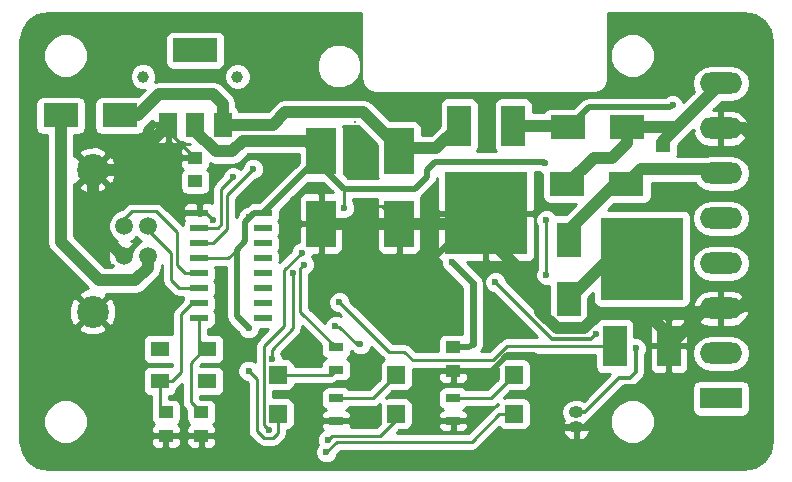
<source format=gbr>
G04 #@! TF.FileFunction,Copper,L1,Top,Signal*
%FSLAX46Y46*%
G04 Gerber Fmt 4.6, Leading zero omitted, Abs format (unit mm)*
G04 Created by KiCad (PCBNEW 4.0.6) date Sun Aug 12 18:17:32 2018*
%MOMM*%
%LPD*%
G01*
G04 APERTURE LIST*
%ADD10C,0.100000*%
%ADD11C,0.300000*%
%ADD12R,3.800000X2.000000*%
%ADD13R,1.500000X2.000000*%
%ADD14R,2.500000X4.000000*%
%ADD15R,2.000000X3.500000*%
%ADD16R,7.000000X7.000000*%
%ADD17R,1.250000X1.000000*%
%ADD18R,3.600000X1.800000*%
%ADD19O,3.600000X1.800000*%
%ADD20C,1.520000*%
%ADD21C,2.700000*%
%ADD22C,1.000000*%
%ADD23O,1.200000X1.000000*%
%ADD24R,1.500000X1.500000*%
%ADD25R,1.500000X0.600000*%
%ADD26R,1.300000X0.700000*%
%ADD27R,2.000000X3.000000*%
%ADD28R,1.600000X1.300000*%
%ADD29R,3.000000X2.000000*%
%ADD30C,0.600000*%
%ADD31C,0.500000*%
%ADD32C,0.600000*%
%ADD33C,0.300000*%
%ADD34C,0.250000*%
%ADD35C,1.000000*%
%ADD36C,0.254000*%
G04 APERTURE END LIST*
D10*
D11*
X29000000Y30100000D03*
X29100000Y27700000D03*
X15400000Y29500000D03*
X15400000Y30500000D03*
X16500000Y35700000D03*
X15500000Y35700000D03*
X14500000Y35700000D03*
X16500000Y36700000D03*
X15500000Y36700000D03*
X25610000Y11360000D03*
D12*
X15500000Y36150000D03*
D13*
X15500000Y29850000D03*
X17800000Y29850000D03*
X13200000Y29850000D03*
D14*
X26148000Y27570000D03*
X26148000Y21470000D03*
X32752000Y27570000D03*
X32752000Y21470000D03*
D15*
X51010000Y11100000D03*
X55590000Y11100000D03*
D16*
X53310000Y18500000D03*
D17*
X15480000Y27044000D03*
X15480000Y25044000D03*
D18*
X60000000Y6665000D03*
D19*
X60000000Y10475000D03*
X60000000Y14285000D03*
X60000000Y18095000D03*
X60000000Y21905000D03*
X60000000Y25715000D03*
X60000000Y29525000D03*
X60000000Y33335000D03*
D20*
X11500000Y21270000D03*
X11500000Y18730000D03*
X9500000Y18730000D03*
X9500000Y21270000D03*
D21*
X6800000Y26000000D03*
X6800000Y14000000D03*
D22*
X11070000Y33900000D03*
X19050000Y33900000D03*
D23*
X47738000Y5470000D03*
X47738000Y4200000D03*
D24*
X22500000Y5350000D03*
X22500000Y8650000D03*
X32500000Y5350000D03*
X32500000Y8650000D03*
X42500000Y5350000D03*
X42500000Y8650000D03*
D25*
X15828000Y22361000D03*
X15828000Y21091000D03*
X15828000Y19821000D03*
X15828000Y18551000D03*
X15828000Y17281000D03*
X15828000Y16011000D03*
X15828000Y14741000D03*
X15828000Y13471000D03*
X21228000Y13471000D03*
X21228000Y14741000D03*
X21228000Y16011000D03*
X21228000Y17281000D03*
X21228000Y18551000D03*
X21228000Y19821000D03*
X21228000Y21091000D03*
X21228000Y22361000D03*
D17*
X55104000Y26060000D03*
X55104000Y28060000D03*
X37324000Y9000000D03*
X37324000Y11000000D03*
X13000000Y3500000D03*
X13000000Y5500000D03*
X16000000Y3500000D03*
X16000000Y5500000D03*
D26*
X27418000Y9092000D03*
X27418000Y10992000D03*
X27418000Y4774000D03*
X27418000Y6674000D03*
X37324000Y4774000D03*
X37324000Y6674000D03*
D15*
X42408000Y29744000D03*
X37828000Y29744000D03*
D16*
X40108000Y22344000D03*
D27*
X47100000Y15100000D03*
X47100000Y20100000D03*
D28*
X12500000Y8150000D03*
X16500000Y8150000D03*
X16500000Y10850000D03*
X12500000Y10850000D03*
D29*
X9090000Y30616000D03*
X4090000Y30616000D03*
X47016000Y29600000D03*
X52016000Y29600000D03*
X47000000Y24800000D03*
X52000000Y24800000D03*
D11*
X29600000Y23400000D03*
X14500000Y36700000D03*
D30*
X34100000Y17000000D03*
X17000000Y21750000D03*
X20000000Y12600000D03*
X45100000Y26600000D03*
X20000000Y9000000D03*
X28100000Y22800000D03*
X15500000Y25000000D03*
X20000000Y22000000D03*
X36500000Y28500000D03*
X37200000Y18200000D03*
X39000000Y11300000D03*
X45225000Y21750000D03*
X45225000Y17125000D03*
X29475000Y11250000D03*
X27350000Y12800000D03*
X52800000Y10900000D03*
X49400000Y12100000D03*
X40900000Y16500000D03*
X26700000Y3100000D03*
X26600000Y2100000D03*
X27700000Y14800000D03*
X24700000Y18000000D03*
X21700000Y4000000D03*
X24500000Y19000000D03*
X21950000Y10000000D03*
X23750000Y17300000D03*
X18700000Y25400000D03*
X20400000Y26100000D03*
X55900000Y31500000D03*
D31*
X47738000Y4200000D02*
X48500000Y4200000D01*
X55590000Y8690000D02*
X55590000Y11100000D01*
X54500000Y7600000D02*
X55590000Y8690000D01*
X51900000Y7600000D02*
X54500000Y7600000D01*
X48500000Y4200000D02*
X51900000Y7600000D01*
X37324000Y9000000D02*
X40613176Y9000000D01*
X46600000Y4200000D02*
X47738000Y4200000D01*
X45900000Y4900000D02*
X46600000Y4200000D01*
X45900000Y8600000D02*
X45900000Y4900000D01*
X44200000Y10300000D02*
X45900000Y8600000D01*
X41913176Y10300000D02*
X44200000Y10300000D01*
X40613176Y9000000D02*
X41913176Y10300000D01*
D32*
X40108000Y22344000D02*
X39444000Y22344000D01*
X39444000Y22344000D02*
X34100000Y17000000D01*
D33*
X55590000Y10790000D02*
X55590000Y11100000D01*
D34*
X28980000Y22950000D02*
X31272000Y22950000D01*
X31272000Y22950000D02*
X32752000Y21470000D01*
D35*
X55590000Y11100000D02*
X55590000Y12010000D01*
X55590000Y12010000D02*
X53700000Y13900000D01*
X44700000Y15800000D02*
X40108000Y20392000D01*
X44700000Y14000000D02*
X44700000Y15800000D01*
X46100000Y12600000D02*
X44700000Y14000000D01*
X48400000Y12600000D02*
X46100000Y12600000D01*
X49700000Y13900000D02*
X48400000Y12600000D01*
X53700000Y13900000D02*
X49700000Y13900000D01*
X40108000Y20392000D02*
X40108000Y22344000D01*
D32*
X39569000Y22344000D02*
X40108000Y22344000D01*
D33*
X13200000Y29850000D02*
X13200000Y29324000D01*
X13200000Y29324000D02*
X15480000Y27044000D01*
D35*
X60000000Y29525000D02*
X61975000Y29525000D01*
X63000000Y15700000D02*
X61585000Y14285000D01*
X63000000Y28500000D02*
X63000000Y15700000D01*
X61975000Y29525000D02*
X63000000Y28500000D01*
X61585000Y14285000D02*
X60000000Y14285000D01*
X60000000Y14285000D02*
X58775000Y14285000D01*
X58775000Y14285000D02*
X55590000Y11100000D01*
D34*
X15828000Y22361000D02*
X16389000Y22361000D01*
X16389000Y22361000D02*
X17000000Y21750000D01*
X15828000Y22361000D02*
X16139000Y22361000D01*
D35*
X6800000Y26000000D02*
X6800000Y21262000D01*
X6800000Y21262000D02*
X9332000Y18730000D01*
X9332000Y18730000D02*
X9500000Y18730000D01*
X13200000Y29850000D02*
X13190000Y29850000D01*
X13190000Y29850000D02*
X9340000Y26000000D01*
X9340000Y26000000D02*
X6800000Y26000000D01*
X32752000Y21470000D02*
X39234000Y21470000D01*
X39234000Y21470000D02*
X40108000Y22344000D01*
X26148000Y21470000D02*
X32752000Y21470000D01*
D31*
X21228000Y22361000D02*
X20461000Y22361000D01*
X19700000Y19950000D02*
X19000000Y19250000D01*
X19700000Y21600000D02*
X19700000Y19950000D01*
X20461000Y22361000D02*
X19700000Y21600000D01*
X19000000Y19250000D02*
X19000000Y13600000D01*
X19000000Y13600000D02*
X20000000Y12600000D01*
X26148000Y27570000D02*
X26148000Y27281000D01*
X26148000Y27281000D02*
X21228000Y22361000D01*
X26148000Y27570000D02*
X26148000Y26352000D01*
X26148000Y26352000D02*
X28100000Y24400000D01*
X28100000Y24400000D02*
X34100000Y24400000D01*
X34100000Y24400000D02*
X35100000Y25400000D01*
X35100000Y25400000D02*
X35100000Y26000000D01*
X35100000Y26000000D02*
X35800000Y26700000D01*
X35800000Y26700000D02*
X45000000Y26700000D01*
X45000000Y26700000D02*
X45100000Y26600000D01*
D34*
X22500000Y5350000D02*
X22500000Y3700000D01*
X20700000Y8300000D02*
X20000000Y9000000D01*
X20700000Y3900000D02*
X20700000Y8300000D01*
X21300000Y3300000D02*
X20700000Y3900000D01*
X22100000Y3300000D02*
X21300000Y3300000D01*
X22500000Y3700000D02*
X22100000Y3300000D01*
X28100000Y24400000D02*
X26148000Y26352000D01*
X28100000Y22800000D02*
X28100000Y24400000D01*
D35*
X26148000Y27570000D02*
X25855000Y27570000D01*
X25855000Y27570000D02*
X24950000Y28475000D01*
X24950000Y28475000D02*
X19525000Y28475000D01*
X19525000Y28475000D02*
X18620000Y27570000D01*
X18620000Y27570000D02*
X17256000Y27570000D01*
D33*
X26148000Y27570000D02*
X26148000Y26773000D01*
X21736000Y22361000D02*
X21228000Y22361000D01*
X15480000Y25020000D02*
X15480000Y25044000D01*
X15500000Y25000000D02*
X15480000Y25020000D01*
D34*
X15828000Y18551000D02*
X18301000Y18551000D01*
X18301000Y18551000D02*
X19000000Y19250000D01*
X20361000Y22361000D02*
X21228000Y22361000D01*
X20000000Y22000000D02*
X20361000Y22361000D01*
D35*
X15500000Y29850000D02*
X15500000Y29326000D01*
X15500000Y29326000D02*
X17256000Y27570000D01*
D32*
X39000000Y11300000D02*
X39000000Y16400000D01*
X36500000Y28500000D02*
X37744000Y29744000D01*
X39000000Y16400000D02*
X37200000Y18200000D01*
X37744000Y29744000D02*
X37828000Y29744000D01*
D31*
X39000000Y11300000D02*
X38700000Y11000000D01*
X38700000Y11000000D02*
X37324000Y11000000D01*
D35*
X17800000Y29850000D02*
X22080000Y29850000D01*
X29704000Y30870000D02*
X32752000Y27822000D01*
X23100000Y30870000D02*
X29704000Y30870000D01*
X22080000Y29850000D02*
X23100000Y30870000D01*
X32752000Y27822000D02*
X35906000Y27822000D01*
X35906000Y27822000D02*
X37828000Y29744000D01*
X9090000Y30616000D02*
X10654000Y30616000D01*
X17800000Y31598000D02*
X17800000Y29850000D01*
X17004000Y32394000D02*
X17800000Y31598000D01*
X12432000Y32394000D02*
X17004000Y32394000D01*
X10654000Y30616000D02*
X12432000Y32394000D01*
X37686000Y29602000D02*
X37828000Y29744000D01*
X55104000Y26060000D02*
X53260000Y26060000D01*
X53260000Y26060000D02*
X52000000Y24800000D01*
X55104000Y26060000D02*
X59655000Y26060000D01*
X59655000Y26060000D02*
X60000000Y25715000D01*
X47100000Y20100000D02*
X47100000Y20900000D01*
X47100000Y20900000D02*
X51000000Y24800000D01*
X51000000Y24800000D02*
X52000000Y24800000D01*
X59655000Y26060000D02*
X60000000Y25715000D01*
X52016000Y29600000D02*
X52016000Y28291000D01*
X49225000Y27025000D02*
X47000000Y24800000D01*
X50750000Y27025000D02*
X49225000Y27025000D01*
X52016000Y28291000D02*
X50750000Y27025000D01*
X47000000Y24800000D02*
X47216000Y24800000D01*
X52016000Y29600000D02*
X52016000Y29306000D01*
X47230000Y24520000D02*
X47016000Y24520000D01*
X55104000Y28060000D02*
X55104000Y28439000D01*
X55104000Y28439000D02*
X56265000Y29600000D01*
X52016000Y29600000D02*
X56265000Y29600000D01*
X56265000Y29600000D02*
X60000000Y33335000D01*
D34*
X12500000Y8150000D02*
X12500000Y6000000D01*
X12500000Y6000000D02*
X13000000Y5500000D01*
X15828000Y14741000D02*
X15241000Y14741000D01*
X15241000Y14741000D02*
X14300000Y13800000D01*
X14300000Y13800000D02*
X14300000Y8900000D01*
X14300000Y8900000D02*
X13550000Y8150000D01*
X13550000Y8150000D02*
X12500000Y8150000D01*
X16500000Y10850000D02*
X16250000Y10850000D01*
X16250000Y10850000D02*
X15100000Y9700000D01*
X15100000Y6400000D02*
X16000000Y5500000D01*
X15100000Y9700000D02*
X15100000Y6400000D01*
X15828000Y13471000D02*
X15828000Y11522000D01*
X15828000Y11522000D02*
X16500000Y10850000D01*
D35*
X11500000Y18730000D02*
X11500000Y17746000D01*
X4090000Y19908000D02*
X4090000Y30616000D01*
X7352000Y16646000D02*
X4090000Y19908000D01*
X10400000Y16646000D02*
X7352000Y16646000D01*
X11500000Y17746000D02*
X10400000Y16646000D01*
D34*
X11500000Y21270000D02*
X11500000Y20880000D01*
X11500000Y20880000D02*
X13448000Y18932000D01*
X13448000Y18932000D02*
X13448000Y16646000D01*
X13448000Y16646000D02*
X14083000Y16011000D01*
X14083000Y16011000D02*
X15828000Y16011000D01*
X9500000Y21270000D02*
X9500000Y21842000D01*
X9500000Y21842000D02*
X10146000Y22488000D01*
X10146000Y22488000D02*
X12178000Y22488000D01*
X12178000Y22488000D02*
X13956000Y20710000D01*
X13956000Y20710000D02*
X13956000Y17916000D01*
X13956000Y17916000D02*
X14591000Y17281000D01*
X14591000Y17281000D02*
X15828000Y17281000D01*
X45225000Y21825000D02*
X45225000Y21750000D01*
X45225000Y21075000D02*
X45225000Y21825000D01*
X45225000Y18200000D02*
X45225000Y21075000D01*
X45225000Y17125000D02*
X45225000Y18200000D01*
X29200000Y11250000D02*
X29475000Y11250000D01*
X27700000Y12750000D02*
X29200000Y11250000D01*
X27400000Y12750000D02*
X27700000Y12750000D01*
X27350000Y12800000D02*
X27400000Y12750000D01*
D33*
X47738000Y5470000D02*
X48470000Y5470000D01*
X52800000Y8900000D02*
X52800000Y10900000D01*
X52300000Y8400000D02*
X52800000Y8900000D01*
X51400000Y8400000D02*
X52300000Y8400000D01*
X48470000Y5470000D02*
X51400000Y8400000D01*
X49000000Y11700000D02*
X49400000Y12100000D01*
X45700000Y11700000D02*
X49000000Y11700000D01*
X40900000Y16500000D02*
X45700000Y11700000D01*
D34*
X22500000Y8650000D02*
X26976000Y8650000D01*
X26976000Y8650000D02*
X27418000Y9092000D01*
X32500000Y5350000D02*
X32500000Y4800000D01*
X32500000Y4800000D02*
X31150002Y3450002D01*
X31150002Y3450002D02*
X27050002Y3450002D01*
X27050002Y3450002D02*
X26700000Y3100000D01*
X27418000Y6674000D02*
X30524000Y6674000D01*
X30524000Y6674000D02*
X32500000Y8650000D01*
X42500000Y5350000D02*
X41250000Y5350000D01*
X27500000Y3000000D02*
X26600000Y2100000D01*
X38900000Y3000000D02*
X27500000Y3000000D01*
X41250000Y5350000D02*
X38900000Y3000000D01*
X37324000Y6674000D02*
X40524000Y6674000D01*
X40524000Y6674000D02*
X42500000Y8650000D01*
X41900000Y11100000D02*
X51010000Y11100000D01*
X40700000Y9900000D02*
X41900000Y11100000D01*
X33900000Y9900000D02*
X40700000Y9900000D01*
X33200000Y10600000D02*
X33900000Y9900000D01*
X31900000Y10600000D02*
X33200000Y10600000D01*
X27700000Y14800000D02*
X31900000Y10600000D01*
X50410000Y11700000D02*
X51010000Y11100000D01*
X24400000Y14010000D02*
X27418000Y10992000D01*
X24400000Y17700000D02*
X24400000Y14010000D01*
X24700000Y18000000D02*
X24400000Y17700000D01*
X21300000Y4400000D02*
X21700000Y4000000D01*
X21300000Y11100000D02*
X21300000Y4400000D01*
X23000000Y12800000D02*
X21300000Y11100000D01*
X23000000Y17500000D02*
X23000000Y12800000D01*
X24500000Y19000000D02*
X23000000Y17500000D01*
X21950000Y10000000D02*
X21950000Y10800000D01*
X21950000Y10800000D02*
X23750000Y12600000D01*
X23750000Y12600000D02*
X23750000Y17300000D01*
X15828000Y21091000D02*
X17391000Y21091000D01*
X17700000Y24400000D02*
X18700000Y25400000D01*
X17700000Y21400000D02*
X17700000Y24400000D01*
X17391000Y21091000D02*
X17700000Y21400000D01*
X15828000Y19821000D02*
X17021000Y19821000D01*
X18200000Y23900000D02*
X20400000Y26100000D01*
X18200000Y21000000D02*
X18200000Y23900000D01*
X17021000Y19821000D02*
X18200000Y21000000D01*
D31*
X47016000Y29600000D02*
X47100000Y29600000D01*
X47100000Y29600000D02*
X48800000Y31300000D01*
X55700000Y31300000D02*
X55900000Y31500000D01*
X48800000Y31300000D02*
X55700000Y31300000D01*
D35*
X42408000Y29744000D02*
X46872000Y29744000D01*
X46872000Y29744000D02*
X47016000Y29600000D01*
X46872000Y29744000D02*
X47016000Y29600000D01*
X53310000Y18500000D02*
X50500000Y18500000D01*
X50500000Y18500000D02*
X47100000Y15100000D01*
D36*
G36*
X29565000Y33700000D02*
X29578162Y33633830D01*
X29578162Y33566364D01*
X29616222Y33375022D01*
X29616223Y33375020D01*
X29616223Y33375018D01*
X29663729Y33260329D01*
X29718503Y33128093D01*
X29718504Y33128092D01*
X29718505Y33128090D01*
X29826892Y32965879D01*
X29877444Y32915328D01*
X30015879Y32776892D01*
X30178090Y32668505D01*
X30178092Y32668504D01*
X30178093Y32668503D01*
X30269976Y32630444D01*
X30425018Y32566223D01*
X30425020Y32566223D01*
X30425022Y32566222D01*
X30616365Y32528162D01*
X30683830Y32528162D01*
X30750000Y32515000D01*
X49250000Y32515000D01*
X49316170Y32528162D01*
X49383636Y32528162D01*
X49574978Y32566222D01*
X49574980Y32566223D01*
X49574982Y32566223D01*
X49730024Y32630444D01*
X49821907Y32668503D01*
X49821908Y32668504D01*
X49821910Y32668505D01*
X49984121Y32776892D01*
X50122556Y32915328D01*
X50173108Y32965879D01*
X50281495Y33128090D01*
X50281496Y33128092D01*
X50281497Y33128093D01*
X50336271Y33260329D01*
X50383777Y33375018D01*
X50383777Y33375020D01*
X50383778Y33375022D01*
X50421838Y33566365D01*
X50421838Y33633830D01*
X50435000Y33700000D01*
X50435000Y35326695D01*
X50614674Y35326695D01*
X50901043Y34633628D01*
X51430839Y34102907D01*
X52123405Y33815328D01*
X52873305Y33814674D01*
X53566372Y34101043D01*
X54097093Y34630839D01*
X54384672Y35323405D01*
X54385326Y36073305D01*
X54098957Y36766372D01*
X53569161Y37297093D01*
X52876595Y37584672D01*
X52126695Y37585326D01*
X51433628Y37298957D01*
X50902907Y36769161D01*
X50615328Y36076595D01*
X50614674Y35326695D01*
X50435000Y35326695D01*
X50435000Y39315000D01*
X61932533Y39315000D01*
X62880777Y39126383D01*
X63627463Y38627463D01*
X64126383Y37880775D01*
X64315000Y36932533D01*
X64315000Y3067467D01*
X64126383Y2119225D01*
X63627463Y1372537D01*
X62880777Y873617D01*
X61932533Y685000D01*
X3067467Y685000D01*
X2119225Y873617D01*
X1372537Y1372537D01*
X873617Y2119223D01*
X685000Y3067467D01*
X685000Y4326695D01*
X2614674Y4326695D01*
X2901043Y3633628D01*
X3430839Y3102907D01*
X4123405Y2815328D01*
X4873305Y2814674D01*
X5566372Y3101043D01*
X5679776Y3214250D01*
X11740000Y3214250D01*
X11740000Y2873691D01*
X11836673Y2640302D01*
X12015301Y2461673D01*
X12248690Y2365000D01*
X12714250Y2365000D01*
X12873000Y2523750D01*
X12873000Y3373000D01*
X13127000Y3373000D01*
X13127000Y2523750D01*
X13285750Y2365000D01*
X13751310Y2365000D01*
X13984699Y2461673D01*
X14163327Y2640302D01*
X14260000Y2873691D01*
X14260000Y3214250D01*
X14740000Y3214250D01*
X14740000Y2873691D01*
X14836673Y2640302D01*
X15015301Y2461673D01*
X15248690Y2365000D01*
X15714250Y2365000D01*
X15873000Y2523750D01*
X15873000Y3373000D01*
X16127000Y3373000D01*
X16127000Y2523750D01*
X16285750Y2365000D01*
X16751310Y2365000D01*
X16984699Y2461673D01*
X17163327Y2640302D01*
X17260000Y2873691D01*
X17260000Y3214250D01*
X17101250Y3373000D01*
X16127000Y3373000D01*
X15873000Y3373000D01*
X14898750Y3373000D01*
X14740000Y3214250D01*
X14260000Y3214250D01*
X14101250Y3373000D01*
X13127000Y3373000D01*
X12873000Y3373000D01*
X11898750Y3373000D01*
X11740000Y3214250D01*
X5679776Y3214250D01*
X6097093Y3630839D01*
X6384672Y4323405D01*
X6385326Y5073305D01*
X6098957Y5766372D01*
X5569161Y6297093D01*
X4876595Y6584672D01*
X4126695Y6585326D01*
X3433628Y6298957D01*
X2902907Y5769161D01*
X2615328Y5076595D01*
X2614674Y4326695D01*
X685000Y4326695D01*
X685000Y12594407D01*
X5574012Y12594407D01*
X5715478Y12291218D01*
X6451955Y12006263D01*
X7241418Y12024836D01*
X7884522Y12291218D01*
X8025988Y12594407D01*
X6800000Y13820395D01*
X5574012Y12594407D01*
X685000Y12594407D01*
X685000Y14348045D01*
X4806263Y14348045D01*
X4824836Y13558582D01*
X5091218Y12915478D01*
X5394407Y12774012D01*
X6620395Y14000000D01*
X6979605Y14000000D01*
X8205593Y12774012D01*
X8508782Y12915478D01*
X8793737Y13651955D01*
X8775164Y14441418D01*
X8508782Y15084522D01*
X8205593Y15225988D01*
X6979605Y14000000D01*
X6620395Y14000000D01*
X5394407Y15225988D01*
X5091218Y15084522D01*
X4806263Y14348045D01*
X685000Y14348045D01*
X685000Y31616000D01*
X1942560Y31616000D01*
X1942560Y29616000D01*
X1986838Y29380683D01*
X2125910Y29164559D01*
X2338110Y29019569D01*
X2590000Y28968560D01*
X2955000Y28968560D01*
X2955000Y19908000D01*
X3041397Y19473654D01*
X3233068Y19186799D01*
X3287434Y19105434D01*
X6416345Y15976523D01*
X6358582Y15975164D01*
X5715478Y15708782D01*
X5574012Y15405593D01*
X6800000Y14179605D01*
X8025988Y15405593D01*
X7976806Y15511000D01*
X10400000Y15511000D01*
X10834346Y15597397D01*
X11202566Y15843434D01*
X12302566Y16943434D01*
X12383186Y17064090D01*
X12548603Y17311654D01*
X12635000Y17746000D01*
X12635000Y17891912D01*
X12681934Y17938764D01*
X12688000Y17953373D01*
X12688000Y16646000D01*
X12745852Y16355161D01*
X12910599Y16108599D01*
X13545599Y15473599D01*
X13792161Y15308852D01*
X14083000Y15251000D01*
X14473086Y15251000D01*
X14430560Y15041000D01*
X14430560Y15005362D01*
X13762599Y14337401D01*
X13597852Y14090839D01*
X13540000Y13800000D01*
X13540000Y12098839D01*
X13300000Y12147440D01*
X11700000Y12147440D01*
X11464683Y12103162D01*
X11248559Y11964090D01*
X11103569Y11751890D01*
X11052560Y11500000D01*
X11052560Y10200000D01*
X11096838Y9964683D01*
X11235910Y9748559D01*
X11448110Y9603569D01*
X11700000Y9552560D01*
X13300000Y9552560D01*
X13535317Y9596838D01*
X13540000Y9599851D01*
X13540000Y9398839D01*
X13300000Y9447440D01*
X11700000Y9447440D01*
X11464683Y9403162D01*
X11248559Y9264090D01*
X11103569Y9051890D01*
X11052560Y8800000D01*
X11052560Y7500000D01*
X11096838Y7264683D01*
X11235910Y7048559D01*
X11448110Y6903569D01*
X11700000Y6852560D01*
X11740000Y6852560D01*
X11740000Y6061431D01*
X11727560Y6000000D01*
X11727560Y5000000D01*
X11771838Y4764683D01*
X11910910Y4548559D01*
X11979006Y4502031D01*
X11836673Y4359698D01*
X11740000Y4126309D01*
X11740000Y3785750D01*
X11898750Y3627000D01*
X12873000Y3627000D01*
X12873000Y3647000D01*
X13127000Y3647000D01*
X13127000Y3627000D01*
X14101250Y3627000D01*
X14260000Y3785750D01*
X14260000Y4126309D01*
X14163327Y4359698D01*
X14022090Y4500936D01*
X14076441Y4535910D01*
X14221431Y4748110D01*
X14272440Y5000000D01*
X14272440Y6000000D01*
X14228162Y6235317D01*
X14089090Y6451441D01*
X13876890Y6596431D01*
X13625000Y6647440D01*
X13260000Y6647440D01*
X13260000Y6852560D01*
X13300000Y6852560D01*
X13535317Y6896838D01*
X13751441Y7035910D01*
X13896431Y7248110D01*
X13947440Y7500000D01*
X13947440Y7519080D01*
X14087401Y7612599D01*
X14340000Y7865198D01*
X14340000Y6400000D01*
X14397852Y6109161D01*
X14562599Y5862599D01*
X14727560Y5697638D01*
X14727560Y5000000D01*
X14771838Y4764683D01*
X14910910Y4548559D01*
X14979006Y4502031D01*
X14836673Y4359698D01*
X14740000Y4126309D01*
X14740000Y3785750D01*
X14898750Y3627000D01*
X15873000Y3627000D01*
X15873000Y3647000D01*
X16127000Y3647000D01*
X16127000Y3627000D01*
X17101250Y3627000D01*
X17260000Y3785750D01*
X17260000Y4126309D01*
X17163327Y4359698D01*
X17022090Y4500936D01*
X17076441Y4535910D01*
X17221431Y4748110D01*
X17272440Y5000000D01*
X17272440Y6000000D01*
X17228162Y6235317D01*
X17089090Y6451441D01*
X16876890Y6596431D01*
X16625000Y6647440D01*
X15927362Y6647440D01*
X15860000Y6714802D01*
X15860000Y6852560D01*
X17300000Y6852560D01*
X17535317Y6896838D01*
X17751441Y7035910D01*
X17896431Y7248110D01*
X17947440Y7500000D01*
X17947440Y8800000D01*
X17903162Y9035317D01*
X17764090Y9251441D01*
X17551890Y9396431D01*
X17300000Y9447440D01*
X15922242Y9447440D01*
X16027362Y9552560D01*
X17300000Y9552560D01*
X17535317Y9596838D01*
X17751441Y9735910D01*
X17896431Y9948110D01*
X17947440Y10200000D01*
X17947440Y11500000D01*
X17903162Y11735317D01*
X17764090Y11951441D01*
X17551890Y12096431D01*
X17300000Y12147440D01*
X16588000Y12147440D01*
X16588000Y12525442D01*
X16813317Y12567838D01*
X17029441Y12706910D01*
X17174431Y12919110D01*
X17225440Y13171000D01*
X17225440Y13771000D01*
X17181162Y14006317D01*
X17117322Y14105528D01*
X17174431Y14189110D01*
X17225440Y14441000D01*
X17225440Y15041000D01*
X17181162Y15276317D01*
X17117322Y15375528D01*
X17174431Y15459110D01*
X17225440Y15711000D01*
X17225440Y16311000D01*
X17181162Y16546317D01*
X17117322Y16645528D01*
X17174431Y16729110D01*
X17225440Y16981000D01*
X17225440Y17581000D01*
X17185926Y17791000D01*
X18115000Y17791000D01*
X18115000Y13600005D01*
X18114999Y13600000D01*
X18161808Y13364683D01*
X18182367Y13261325D01*
X18333700Y13034838D01*
X18374210Y12974210D01*
X19157255Y12191165D01*
X19206883Y12071057D01*
X19469673Y11807808D01*
X19813201Y11665162D01*
X20185167Y11664838D01*
X20528943Y11806883D01*
X20792192Y12069673D01*
X20934838Y12413201D01*
X20934934Y12523560D01*
X21648758Y12523560D01*
X20762599Y11637401D01*
X20597852Y11390839D01*
X20540000Y11100000D01*
X20540000Y9782502D01*
X20530327Y9792192D01*
X20186799Y9934838D01*
X19814833Y9935162D01*
X19471057Y9793117D01*
X19207808Y9530327D01*
X19065162Y9186799D01*
X19064838Y8814833D01*
X19206883Y8471057D01*
X19469673Y8207808D01*
X19813201Y8065162D01*
X19860076Y8065121D01*
X19940000Y7985197D01*
X19940000Y3900000D01*
X19997852Y3609161D01*
X20162599Y3362599D01*
X20762599Y2762599D01*
X21009161Y2597852D01*
X21300000Y2540000D01*
X22100000Y2540000D01*
X22390839Y2597852D01*
X22637401Y2762599D01*
X23037401Y3162599D01*
X23202148Y3409160D01*
X23214460Y3471057D01*
X23260000Y3700000D01*
X23260000Y3954442D01*
X23485317Y3996838D01*
X23701441Y4135910D01*
X23846431Y4348110D01*
X23897440Y4600000D01*
X23897440Y6100000D01*
X23853162Y6335317D01*
X23714090Y6551441D01*
X23501890Y6696431D01*
X23250000Y6747440D01*
X22060000Y6747440D01*
X22060000Y7252560D01*
X23250000Y7252560D01*
X23485317Y7296838D01*
X23701441Y7435910D01*
X23846431Y7648110D01*
X23895415Y7890000D01*
X26976000Y7890000D01*
X27266839Y7947852D01*
X27486404Y8094560D01*
X28068000Y8094560D01*
X28303317Y8138838D01*
X28519441Y8277910D01*
X28664431Y8490110D01*
X28715440Y8742000D01*
X28715440Y9442000D01*
X28671162Y9677317D01*
X28532090Y9893441D01*
X28319890Y10038431D01*
X28306803Y10041081D01*
X28519441Y10177910D01*
X28664431Y10390110D01*
X28715440Y10642000D01*
X28715440Y10677292D01*
X28745868Y10656961D01*
X28944673Y10457808D01*
X29288201Y10315162D01*
X29660167Y10314838D01*
X30003943Y10456883D01*
X30267192Y10719673D01*
X30395801Y11029397D01*
X31362599Y10062599D01*
X31482524Y9982468D01*
X31298559Y9864090D01*
X31153569Y9651890D01*
X31102560Y9400000D01*
X31102560Y8327362D01*
X30209198Y7434000D01*
X28558757Y7434000D01*
X28532090Y7475441D01*
X28319890Y7620431D01*
X28068000Y7671440D01*
X26768000Y7671440D01*
X26532683Y7627162D01*
X26316559Y7488090D01*
X26171569Y7275890D01*
X26120560Y7024000D01*
X26120560Y6324000D01*
X26164838Y6088683D01*
X26303910Y5872559D01*
X26516110Y5727569D01*
X26549490Y5720809D01*
X26408301Y5662327D01*
X26229673Y5483698D01*
X26133000Y5250309D01*
X26133000Y5059750D01*
X26291750Y4901000D01*
X27291000Y4901000D01*
X27291000Y4921000D01*
X27545000Y4921000D01*
X27545000Y4901000D01*
X28544250Y4901000D01*
X28703000Y5059750D01*
X28703000Y5250309D01*
X28606327Y5483698D01*
X28427699Y5662327D01*
X28291713Y5718654D01*
X28303317Y5720838D01*
X28519441Y5859910D01*
X28556399Y5914000D01*
X30524000Y5914000D01*
X30814839Y5971852D01*
X31061401Y6136599D01*
X31122305Y6197503D01*
X31102560Y6100000D01*
X31102560Y4600000D01*
X31121982Y4496784D01*
X30835200Y4210002D01*
X28666678Y4210002D01*
X28703000Y4297691D01*
X28703000Y4488250D01*
X28544250Y4647000D01*
X27545000Y4647000D01*
X27545000Y4627000D01*
X27291000Y4627000D01*
X27291000Y4647000D01*
X26291750Y4647000D01*
X26133000Y4488250D01*
X26133000Y4297691D01*
X26229673Y4064302D01*
X26333668Y3960306D01*
X26171057Y3893117D01*
X25907808Y3630327D01*
X25765162Y3286799D01*
X25764838Y2914833D01*
X25860613Y2683040D01*
X25807808Y2630327D01*
X25665162Y2286799D01*
X25664838Y1914833D01*
X25806883Y1571057D01*
X26069673Y1307808D01*
X26413201Y1165162D01*
X26785167Y1164838D01*
X27128943Y1306883D01*
X27392192Y1569673D01*
X27534838Y1913201D01*
X27534879Y1960077D01*
X27814802Y2240000D01*
X38900000Y2240000D01*
X39190839Y2297852D01*
X39437401Y2462599D01*
X40872928Y3898126D01*
X46543881Y3898126D01*
X46705116Y3555595D01*
X47022731Y3247648D01*
X47434015Y3084688D01*
X47611000Y3225259D01*
X47611000Y4073000D01*
X47865000Y4073000D01*
X47865000Y3225259D01*
X48041985Y3084688D01*
X48453269Y3247648D01*
X48770884Y3555595D01*
X48932119Y3898126D01*
X48805954Y4073000D01*
X47865000Y4073000D01*
X47611000Y4073000D01*
X46670046Y4073000D01*
X46543881Y3898126D01*
X40872928Y3898126D01*
X41222266Y4247464D01*
X41285910Y4148559D01*
X41498110Y4003569D01*
X41750000Y3952560D01*
X43250000Y3952560D01*
X43485317Y3996838D01*
X43701441Y4135910D01*
X43831798Y4326695D01*
X50614674Y4326695D01*
X50901043Y3633628D01*
X51430839Y3102907D01*
X52123405Y2815328D01*
X52873305Y2814674D01*
X53566372Y3101043D01*
X54097093Y3630839D01*
X54384672Y4323405D01*
X54385326Y5073305D01*
X54098957Y5766372D01*
X53569161Y6297093D01*
X52876595Y6584672D01*
X52126695Y6585326D01*
X51433628Y6298957D01*
X50902907Y5769161D01*
X50615328Y5076595D01*
X50614674Y4326695D01*
X43831798Y4326695D01*
X43846431Y4348110D01*
X43897440Y4600000D01*
X43897440Y6100000D01*
X43853162Y6335317D01*
X43714090Y6551441D01*
X43501890Y6696431D01*
X43250000Y6747440D01*
X41750000Y6747440D01*
X41654220Y6729418D01*
X42177362Y7252560D01*
X43250000Y7252560D01*
X43485317Y7296838D01*
X43701441Y7435910D01*
X43846431Y7648110D01*
X43897440Y7900000D01*
X43897440Y9400000D01*
X43853162Y9635317D01*
X43714090Y9851441D01*
X43501890Y9996431D01*
X43250000Y10047440D01*
X41922242Y10047440D01*
X42214802Y10340000D01*
X49362560Y10340000D01*
X49362560Y9350000D01*
X49406838Y9114683D01*
X49545910Y8898559D01*
X49758110Y8753569D01*
X50010000Y8702560D01*
X50592402Y8702560D01*
X48363623Y6473781D01*
X48296541Y6518603D01*
X47862195Y6605000D01*
X47613805Y6605000D01*
X47179459Y6518603D01*
X46811239Y6272566D01*
X46565202Y5904346D01*
X46478805Y5470000D01*
X46565202Y5035654D01*
X46700104Y4833758D01*
X46543881Y4501874D01*
X46670046Y4327000D01*
X47611000Y4327000D01*
X47611000Y4335558D01*
X47613805Y4335000D01*
X47862195Y4335000D01*
X47865000Y4335558D01*
X47865000Y4327000D01*
X48805954Y4327000D01*
X48932119Y4501874D01*
X48806453Y4768840D01*
X49025079Y4914921D01*
X51675158Y7565000D01*
X57552560Y7565000D01*
X57552560Y5765000D01*
X57596838Y5529683D01*
X57735910Y5313559D01*
X57948110Y5168569D01*
X58200000Y5117560D01*
X61800000Y5117560D01*
X62035317Y5161838D01*
X62251441Y5300910D01*
X62396431Y5513110D01*
X62447440Y5765000D01*
X62447440Y7565000D01*
X62403162Y7800317D01*
X62264090Y8016441D01*
X62051890Y8161431D01*
X61800000Y8212440D01*
X58200000Y8212440D01*
X57964683Y8168162D01*
X57748559Y8029090D01*
X57603569Y7816890D01*
X57552560Y7565000D01*
X51675158Y7565000D01*
X51725158Y7615000D01*
X52300000Y7615000D01*
X52600407Y7674755D01*
X52855079Y7844921D01*
X53355079Y8344921D01*
X53525245Y8599594D01*
X53585000Y8900000D01*
X53585000Y10362494D01*
X53592192Y10369673D01*
X53734838Y10713201D01*
X53734926Y10814250D01*
X53955000Y10814250D01*
X53955000Y9223690D01*
X54051673Y8990301D01*
X54230302Y8811673D01*
X54463691Y8715000D01*
X55304250Y8715000D01*
X55463000Y8873750D01*
X55463000Y10973000D01*
X55717000Y10973000D01*
X55717000Y8873750D01*
X55875750Y8715000D01*
X56716309Y8715000D01*
X56949698Y8811673D01*
X57128327Y8990301D01*
X57225000Y9223690D01*
X57225000Y10475000D01*
X57517296Y10475000D01*
X57634141Y9887581D01*
X57966887Y9389591D01*
X58464877Y9056845D01*
X59052296Y8940000D01*
X60947704Y8940000D01*
X61535123Y9056845D01*
X62033113Y9389591D01*
X62365859Y9887581D01*
X62482704Y10475000D01*
X62365859Y11062419D01*
X62033113Y11560409D01*
X61535123Y11893155D01*
X60947704Y12010000D01*
X59052296Y12010000D01*
X58464877Y11893155D01*
X57966887Y11560409D01*
X57634141Y11062419D01*
X57517296Y10475000D01*
X57225000Y10475000D01*
X57225000Y10814250D01*
X57066250Y10973000D01*
X55717000Y10973000D01*
X55463000Y10973000D01*
X54113750Y10973000D01*
X53955000Y10814250D01*
X53734926Y10814250D01*
X53735162Y11085167D01*
X53593117Y11428943D01*
X53330327Y11692192D01*
X52986799Y11834838D01*
X52657440Y11835125D01*
X52657440Y12850000D01*
X52633674Y12976310D01*
X53955000Y12976310D01*
X53955000Y11385750D01*
X54113750Y11227000D01*
X55463000Y11227000D01*
X55463000Y13326250D01*
X55717000Y13326250D01*
X55717000Y11227000D01*
X57066250Y11227000D01*
X57225000Y11385750D01*
X57225000Y12976310D01*
X57128327Y13209699D01*
X56949698Y13388327D01*
X56716309Y13485000D01*
X55875750Y13485000D01*
X55717000Y13326250D01*
X55463000Y13326250D01*
X55304250Y13485000D01*
X54463691Y13485000D01*
X54230302Y13388327D01*
X54051673Y13209699D01*
X53955000Y12976310D01*
X52633674Y12976310D01*
X52613162Y13085317D01*
X52474090Y13301441D01*
X52261890Y13446431D01*
X52010000Y13497440D01*
X50010000Y13497440D01*
X49774683Y13453162D01*
X49558559Y13314090D01*
X49413569Y13101890D01*
X49400024Y13035001D01*
X49214833Y13035162D01*
X48871057Y12893117D01*
X48607808Y12630327D01*
X48547463Y12485000D01*
X46025158Y12485000D01*
X41835153Y16675005D01*
X41835162Y16685167D01*
X41693117Y17028943D01*
X41430327Y17292192D01*
X41086799Y17434838D01*
X40714833Y17435162D01*
X40371057Y17293117D01*
X40107808Y17030327D01*
X39965162Y16686799D01*
X39964838Y16314833D01*
X40106883Y15971057D01*
X40369673Y15707808D01*
X40713201Y15565162D01*
X40724690Y15565152D01*
X44429842Y11860000D01*
X41900000Y11860000D01*
X41609160Y11802148D01*
X41362599Y11637401D01*
X40385198Y10660000D01*
X39682327Y10660000D01*
X39792192Y10769673D01*
X39934838Y11113201D01*
X39935162Y11485167D01*
X39935000Y11485559D01*
X39935000Y16400000D01*
X39863827Y16757809D01*
X39661145Y17061145D01*
X38513290Y18209000D01*
X39822250Y18209000D01*
X39981000Y18367750D01*
X39981000Y22217000D01*
X40235000Y22217000D01*
X40235000Y18367750D01*
X40393750Y18209000D01*
X43734309Y18209000D01*
X43967698Y18305673D01*
X44146327Y18484301D01*
X44243000Y18717690D01*
X44243000Y22058250D01*
X44084250Y22217000D01*
X40235000Y22217000D01*
X39981000Y22217000D01*
X36131750Y22217000D01*
X35973000Y22058250D01*
X35973000Y18717690D01*
X36069673Y18484301D01*
X36248302Y18305673D01*
X36265085Y18298721D01*
X36264838Y18014833D01*
X36406883Y17671057D01*
X36669673Y17407808D01*
X36670065Y17407645D01*
X38065000Y16012710D01*
X38065000Y12123949D01*
X37949000Y12147440D01*
X36699000Y12147440D01*
X36463683Y12103162D01*
X36247559Y11964090D01*
X36102569Y11751890D01*
X36051560Y11500000D01*
X36051560Y10660000D01*
X34214803Y10660000D01*
X33737401Y11137401D01*
X33490839Y11302148D01*
X33200000Y11360000D01*
X32214802Y11360000D01*
X28635122Y14939680D01*
X28635162Y14985167D01*
X28493117Y15328943D01*
X28230327Y15592192D01*
X27886799Y15734838D01*
X27514833Y15735162D01*
X27171057Y15593117D01*
X26907808Y15330327D01*
X26765162Y14986799D01*
X26764838Y14614833D01*
X26906883Y14271057D01*
X27169673Y14007808D01*
X27513201Y13865162D01*
X27560077Y13865121D01*
X27799403Y13625795D01*
X27536799Y13734838D01*
X27164833Y13735162D01*
X26821057Y13593117D01*
X26557808Y13330327D01*
X26439468Y13045334D01*
X25160000Y14324802D01*
X25160000Y17178396D01*
X25228943Y17206883D01*
X25492192Y17469673D01*
X25634838Y17813201D01*
X25635162Y18185167D01*
X25493117Y18528943D01*
X25368598Y18653679D01*
X25434838Y18813201D01*
X25434857Y18835000D01*
X25862250Y18835000D01*
X26021000Y18993750D01*
X26021000Y21343000D01*
X26275000Y21343000D01*
X26275000Y18993750D01*
X26433750Y18835000D01*
X27524310Y18835000D01*
X27757699Y18931673D01*
X27936327Y19110302D01*
X28033000Y19343691D01*
X28033000Y21184250D01*
X30867000Y21184250D01*
X30867000Y19343691D01*
X30963673Y19110302D01*
X31142301Y18931673D01*
X31375690Y18835000D01*
X32466250Y18835000D01*
X32625000Y18993750D01*
X32625000Y21343000D01*
X32879000Y21343000D01*
X32879000Y18993750D01*
X33037750Y18835000D01*
X34128310Y18835000D01*
X34361699Y18931673D01*
X34540327Y19110302D01*
X34637000Y19343691D01*
X34637000Y21184250D01*
X34478250Y21343000D01*
X32879000Y21343000D01*
X32625000Y21343000D01*
X31025750Y21343000D01*
X30867000Y21184250D01*
X28033000Y21184250D01*
X27874250Y21343000D01*
X26275000Y21343000D01*
X26021000Y21343000D01*
X24421750Y21343000D01*
X24263000Y21184250D01*
X24263000Y19913745D01*
X23971057Y19793117D01*
X23707808Y19530327D01*
X23565162Y19186799D01*
X23565121Y19139923D01*
X22612551Y18187353D01*
X22625440Y18251000D01*
X22625440Y18851000D01*
X22581162Y19086317D01*
X22517322Y19185528D01*
X22574431Y19269110D01*
X22625440Y19521000D01*
X22625440Y20121000D01*
X22581162Y20356317D01*
X22517322Y20455528D01*
X22574431Y20539110D01*
X22625440Y20791000D01*
X22625440Y21391000D01*
X22581162Y21626317D01*
X22517322Y21725528D01*
X22574431Y21809110D01*
X22625440Y22061000D01*
X22625440Y22506860D01*
X23714888Y23596309D01*
X24263000Y23596309D01*
X24263000Y21755750D01*
X24421750Y21597000D01*
X26021000Y21597000D01*
X26021000Y23946250D01*
X25862250Y24105000D01*
X24771690Y24105000D01*
X24538301Y24008327D01*
X24359673Y23829698D01*
X24263000Y23596309D01*
X23714888Y23596309D01*
X25041139Y24922560D01*
X26325860Y24922560D01*
X27143421Y24105000D01*
X26433750Y24105000D01*
X26275000Y23946250D01*
X26275000Y21597000D01*
X27874250Y21597000D01*
X28033000Y21755750D01*
X28033000Y21865058D01*
X28285167Y21864838D01*
X28628943Y22006883D01*
X28892192Y22269673D01*
X29034838Y22613201D01*
X29035162Y22985167D01*
X28893117Y23328943D01*
X28860000Y23362118D01*
X28860000Y23515000D01*
X30867000Y23515000D01*
X30867000Y21755750D01*
X31025750Y21597000D01*
X32625000Y21597000D01*
X32625000Y21617000D01*
X32879000Y21617000D01*
X32879000Y21597000D01*
X34478250Y21597000D01*
X34637000Y21755750D01*
X34637000Y23596309D01*
X34598532Y23689179D01*
X34725790Y23774210D01*
X35725787Y24774208D01*
X35725790Y24774210D01*
X35876657Y25000000D01*
X35917634Y25061326D01*
X35973000Y25339667D01*
X35973000Y22629750D01*
X36131750Y22471000D01*
X39981000Y22471000D01*
X39981000Y22491000D01*
X40235000Y22491000D01*
X40235000Y22471000D01*
X44084250Y22471000D01*
X44243000Y22629750D01*
X44243000Y25815000D01*
X44562494Y25815000D01*
X44569673Y25807808D01*
X44852560Y25690342D01*
X44852560Y23800000D01*
X44896838Y23564683D01*
X45035910Y23348559D01*
X45248110Y23203569D01*
X45500000Y23152560D01*
X47747428Y23152560D01*
X46842308Y22247440D01*
X46100000Y22247440D01*
X46036102Y22235417D01*
X46018117Y22278943D01*
X45755327Y22542192D01*
X45411799Y22684838D01*
X45039833Y22685162D01*
X44696057Y22543117D01*
X44432808Y22280327D01*
X44290162Y21936799D01*
X44289838Y21564833D01*
X44431883Y21221057D01*
X44465000Y21187882D01*
X44465000Y17687463D01*
X44432808Y17655327D01*
X44290162Y17311799D01*
X44289838Y16939833D01*
X44431883Y16596057D01*
X44694673Y16332808D01*
X45038201Y16190162D01*
X45410167Y16189838D01*
X45452560Y16207354D01*
X45452560Y13600000D01*
X45496838Y13364683D01*
X45635910Y13148559D01*
X45848110Y13003569D01*
X46100000Y12952560D01*
X48100000Y12952560D01*
X48335317Y12996838D01*
X48551441Y13135910D01*
X48696431Y13348110D01*
X48747440Y13600000D01*
X48747440Y13920260D01*
X57608964Y13920260D01*
X57633244Y13814914D01*
X57924788Y13289394D01*
X58395248Y12915446D01*
X58973000Y12750000D01*
X59873000Y12750000D01*
X59873000Y14158000D01*
X60127000Y14158000D01*
X60127000Y12750000D01*
X61027000Y12750000D01*
X61604752Y12915446D01*
X62075212Y13289394D01*
X62366756Y13814914D01*
X62391036Y13920260D01*
X62270378Y14158000D01*
X60127000Y14158000D01*
X59873000Y14158000D01*
X57729622Y14158000D01*
X57608964Y13920260D01*
X48747440Y13920260D01*
X48747440Y15142308D01*
X49162560Y15557428D01*
X49162560Y15000000D01*
X49206838Y14764683D01*
X49345910Y14548559D01*
X49558110Y14403569D01*
X49810000Y14352560D01*
X56810000Y14352560D01*
X57045317Y14396838D01*
X57261441Y14535910D01*
X57339217Y14649740D01*
X57608964Y14649740D01*
X57729622Y14412000D01*
X59873000Y14412000D01*
X59873000Y15820000D01*
X60127000Y15820000D01*
X60127000Y14412000D01*
X62270378Y14412000D01*
X62391036Y14649740D01*
X62366756Y14755086D01*
X62075212Y15280606D01*
X61604752Y15654554D01*
X61027000Y15820000D01*
X60127000Y15820000D01*
X59873000Y15820000D01*
X58973000Y15820000D01*
X58395248Y15654554D01*
X57924788Y15280606D01*
X57633244Y14755086D01*
X57608964Y14649740D01*
X57339217Y14649740D01*
X57406431Y14748110D01*
X57457440Y15000000D01*
X57457440Y18095000D01*
X57517296Y18095000D01*
X57634141Y17507581D01*
X57966887Y17009591D01*
X58464877Y16676845D01*
X59052296Y16560000D01*
X60947704Y16560000D01*
X61535123Y16676845D01*
X62033113Y17009591D01*
X62365859Y17507581D01*
X62482704Y18095000D01*
X62365859Y18682419D01*
X62033113Y19180409D01*
X61535123Y19513155D01*
X60947704Y19630000D01*
X59052296Y19630000D01*
X58464877Y19513155D01*
X57966887Y19180409D01*
X57634141Y18682419D01*
X57517296Y18095000D01*
X57457440Y18095000D01*
X57457440Y21905000D01*
X57517296Y21905000D01*
X57634141Y21317581D01*
X57966887Y20819591D01*
X58464877Y20486845D01*
X59052296Y20370000D01*
X60947704Y20370000D01*
X61535123Y20486845D01*
X62033113Y20819591D01*
X62365859Y21317581D01*
X62482704Y21905000D01*
X62365859Y22492419D01*
X62033113Y22990409D01*
X61535123Y23323155D01*
X60947704Y23440000D01*
X59052296Y23440000D01*
X58464877Y23323155D01*
X57966887Y22990409D01*
X57634141Y22492419D01*
X57517296Y21905000D01*
X57457440Y21905000D01*
X57457440Y22000000D01*
X57413162Y22235317D01*
X57274090Y22451441D01*
X57061890Y22596431D01*
X56810000Y22647440D01*
X50452572Y22647440D01*
X50957692Y23152560D01*
X53500000Y23152560D01*
X53735317Y23196838D01*
X53951441Y23335910D01*
X54096431Y23548110D01*
X54147440Y23800000D01*
X54147440Y24925000D01*
X54417569Y24925000D01*
X54479000Y24912560D01*
X55729000Y24912560D01*
X55795113Y24925000D01*
X57769501Y24925000D01*
X57966887Y24629591D01*
X58464877Y24296845D01*
X59052296Y24180000D01*
X60947704Y24180000D01*
X61535123Y24296845D01*
X62033113Y24629591D01*
X62365859Y25127581D01*
X62482704Y25715000D01*
X62365859Y26302419D01*
X62033113Y26800409D01*
X61535123Y27133155D01*
X60947704Y27250000D01*
X59052296Y27250000D01*
X58775793Y27195000D01*
X56248146Y27195000D01*
X56325431Y27308110D01*
X56376440Y27560000D01*
X56376440Y28106308D01*
X57668130Y29397998D01*
X57729621Y29397998D01*
X57608964Y29160260D01*
X57633244Y29054914D01*
X57924788Y28529394D01*
X58395248Y28155446D01*
X58973000Y27990000D01*
X59873000Y27990000D01*
X59873000Y29398000D01*
X60127000Y29398000D01*
X60127000Y27990000D01*
X61027000Y27990000D01*
X61604752Y28155446D01*
X62075212Y28529394D01*
X62366756Y29054914D01*
X62391036Y29160260D01*
X62270378Y29398000D01*
X60127000Y29398000D01*
X59873000Y29398000D01*
X59853000Y29398000D01*
X59853000Y29652000D01*
X59873000Y29652000D01*
X59873000Y31060000D01*
X60127000Y31060000D01*
X60127000Y29652000D01*
X62270378Y29652000D01*
X62391036Y29889740D01*
X62366756Y29995086D01*
X62075212Y30520606D01*
X61604752Y30894554D01*
X61027000Y31060000D01*
X60127000Y31060000D01*
X59873000Y31060000D01*
X59330132Y31060000D01*
X60070132Y31800000D01*
X60947704Y31800000D01*
X61535123Y31916845D01*
X62033113Y32249591D01*
X62365859Y32747581D01*
X62482704Y33335000D01*
X62365859Y33922419D01*
X62033113Y34420409D01*
X61535123Y34753155D01*
X60947704Y34870000D01*
X59052296Y34870000D01*
X58464877Y34753155D01*
X57966887Y34420409D01*
X57634141Y33922419D01*
X57517296Y33335000D01*
X57634141Y32747581D01*
X57703558Y32643690D01*
X56808811Y31748943D01*
X56693117Y32028943D01*
X56430327Y32292192D01*
X56086799Y32434838D01*
X55714833Y32435162D01*
X55371057Y32293117D01*
X55262751Y32185000D01*
X48800005Y32185000D01*
X48800000Y32185001D01*
X48517516Y32128810D01*
X48461325Y32117633D01*
X48174210Y31925790D01*
X48174208Y31925787D01*
X47495861Y31247440D01*
X45516000Y31247440D01*
X45280683Y31203162D01*
X45064559Y31064090D01*
X44938092Y30879000D01*
X44055440Y30879000D01*
X44055440Y31494000D01*
X44011162Y31729317D01*
X43872090Y31945441D01*
X43659890Y32090431D01*
X43408000Y32141440D01*
X41408000Y32141440D01*
X41172683Y32097162D01*
X40956559Y31958090D01*
X40811569Y31745890D01*
X40760560Y31494000D01*
X40760560Y27994000D01*
X40804838Y27758683D01*
X40916600Y27585000D01*
X39317082Y27585000D01*
X39424431Y27742110D01*
X39475440Y27994000D01*
X39475440Y31494000D01*
X39431162Y31729317D01*
X39292090Y31945441D01*
X39079890Y32090431D01*
X38828000Y32141440D01*
X36828000Y32141440D01*
X36592683Y32097162D01*
X36376559Y31958090D01*
X36231569Y31745890D01*
X36180560Y31494000D01*
X36180560Y29701693D01*
X35435868Y28957000D01*
X34649440Y28957000D01*
X34649440Y29570000D01*
X34605162Y29805317D01*
X34466090Y30021441D01*
X34253890Y30166431D01*
X34002000Y30217440D01*
X31961692Y30217440D01*
X30506566Y31672566D01*
X30389181Y31751000D01*
X30138346Y31918603D01*
X29704000Y32005000D01*
X23100000Y32005000D01*
X22665654Y31918603D01*
X22414819Y31751000D01*
X22297434Y31672566D01*
X21609868Y30985000D01*
X19172038Y30985000D01*
X19153162Y31085317D01*
X19014090Y31301441D01*
X18935000Y31355481D01*
X18935000Y31598000D01*
X18848603Y32032346D01*
X18602566Y32400566D01*
X17806566Y33196566D01*
X17599385Y33335000D01*
X17438346Y33442603D01*
X17004000Y33529000D01*
X12432000Y33529000D01*
X12119060Y33466752D01*
X12204803Y33673244D01*
X12204804Y33675225D01*
X17914803Y33675225D01*
X18087233Y33257914D01*
X18406235Y32938355D01*
X18823244Y32765197D01*
X19274775Y32764803D01*
X19692086Y32937233D01*
X20011645Y33256235D01*
X20184803Y33673244D01*
X20185197Y34124775D01*
X20060446Y34426695D01*
X25764674Y34426695D01*
X26051043Y33733628D01*
X26580839Y33202907D01*
X27273405Y32915328D01*
X28023305Y32914674D01*
X28716372Y33201043D01*
X29247093Y33730839D01*
X29534672Y34423405D01*
X29535326Y35173305D01*
X29248957Y35866372D01*
X28719161Y36397093D01*
X28026595Y36684672D01*
X27276695Y36685326D01*
X26583628Y36398957D01*
X26052907Y35869161D01*
X25765328Y35176595D01*
X25764674Y34426695D01*
X20060446Y34426695D01*
X20012767Y34542086D01*
X19693765Y34861645D01*
X19276756Y35034803D01*
X18825225Y35035197D01*
X18407914Y34862767D01*
X18088355Y34543765D01*
X17915197Y34126756D01*
X17914803Y33675225D01*
X12204804Y33675225D01*
X12205197Y34124775D01*
X12032767Y34542086D01*
X11713765Y34861645D01*
X11296756Y35034803D01*
X10845225Y35035197D01*
X10427914Y34862767D01*
X10108355Y34543765D01*
X9935197Y34126756D01*
X9934803Y33675225D01*
X10107233Y33257914D01*
X10426235Y32938355D01*
X10843244Y32765197D01*
X11197756Y32764888D01*
X10678405Y32245537D01*
X10590000Y32263440D01*
X7590000Y32263440D01*
X7354683Y32219162D01*
X7138559Y32080090D01*
X6993569Y31867890D01*
X6942560Y31616000D01*
X6942560Y29616000D01*
X6986838Y29380683D01*
X7125910Y29164559D01*
X7338110Y29019569D01*
X7590000Y28968560D01*
X10590000Y28968560D01*
X10825317Y29012838D01*
X11041441Y29151910D01*
X11186431Y29364110D01*
X11226960Y29564250D01*
X11815000Y29564250D01*
X11815000Y28723691D01*
X11911673Y28490302D01*
X12090301Y28311673D01*
X12323690Y28215000D01*
X12914250Y28215000D01*
X13073000Y28373750D01*
X13073000Y29723000D01*
X11973750Y29723000D01*
X11815000Y29564250D01*
X11226960Y29564250D01*
X11237440Y29616000D01*
X11237440Y29667019D01*
X11456566Y29813434D01*
X11815000Y30171868D01*
X11815000Y30135750D01*
X11973750Y29977000D01*
X13073000Y29977000D01*
X13073000Y29997000D01*
X13327000Y29997000D01*
X13327000Y29977000D01*
X13347000Y29977000D01*
X13347000Y29723000D01*
X13327000Y29723000D01*
X13327000Y28373750D01*
X13485750Y28215000D01*
X14076310Y28215000D01*
X14309699Y28311673D01*
X14351660Y28353634D01*
X14498110Y28253569D01*
X14750000Y28202560D01*
X15018308Y28202560D01*
X15041868Y28179000D01*
X14728690Y28179000D01*
X14495301Y28082327D01*
X14316673Y27903698D01*
X14220000Y27670309D01*
X14220000Y27329750D01*
X14378750Y27171000D01*
X15353000Y27171000D01*
X15353000Y27191000D01*
X15607000Y27191000D01*
X15607000Y27171000D01*
X15627000Y27171000D01*
X15627000Y26917000D01*
X15607000Y26917000D01*
X15607000Y26897000D01*
X15353000Y26897000D01*
X15353000Y26917000D01*
X14378750Y26917000D01*
X14220000Y26758250D01*
X14220000Y26417691D01*
X14316673Y26184302D01*
X14457910Y26043064D01*
X14403559Y26008090D01*
X14258569Y25795890D01*
X14207560Y25544000D01*
X14207560Y24544000D01*
X14251838Y24308683D01*
X14390910Y24092559D01*
X14603110Y23947569D01*
X14855000Y23896560D01*
X16105000Y23896560D01*
X16340317Y23940838D01*
X16556441Y24079910D01*
X16701431Y24292110D01*
X16752440Y24544000D01*
X16752440Y25544000D01*
X16708162Y25779317D01*
X16569090Y25995441D01*
X16500994Y26041969D01*
X16643327Y26184302D01*
X16740000Y26417691D01*
X16740000Y26575957D01*
X16821654Y26521397D01*
X17256000Y26435000D01*
X18620000Y26435000D01*
X19054346Y26521397D01*
X19422566Y26767434D01*
X19995132Y27340000D01*
X24250560Y27340000D01*
X24250560Y26635139D01*
X20923860Y23308440D01*
X20478000Y23308440D01*
X20242683Y23264162D01*
X20026559Y23125090D01*
X20013426Y23105870D01*
X19835210Y22986790D01*
X19835208Y22986787D01*
X19761579Y22913158D01*
X19471057Y22793117D01*
X19207808Y22530327D01*
X19086424Y22238004D01*
X19074210Y22225790D01*
X18960000Y22054862D01*
X18960000Y23585198D01*
X20539680Y25164878D01*
X20585167Y25164838D01*
X20928943Y25306883D01*
X21192192Y25569673D01*
X21334838Y25913201D01*
X21335162Y26285167D01*
X21193117Y26628943D01*
X20930327Y26892192D01*
X20586799Y27034838D01*
X20214833Y27035162D01*
X19871057Y26893117D01*
X19607808Y26630327D01*
X19465162Y26286799D01*
X19465121Y26239923D01*
X19323777Y26098579D01*
X19230327Y26192192D01*
X18886799Y26334838D01*
X18514833Y26335162D01*
X18171057Y26193117D01*
X17907808Y25930327D01*
X17765162Y25586799D01*
X17765121Y25539923D01*
X17162599Y24937401D01*
X16997852Y24690839D01*
X16940000Y24400000D01*
X16940000Y23197025D01*
X16937698Y23199327D01*
X16704309Y23296000D01*
X16113750Y23296000D01*
X15955000Y23137250D01*
X15955000Y22488000D01*
X15975000Y22488000D01*
X15975000Y22234000D01*
X15955000Y22234000D01*
X15955000Y22214000D01*
X15701000Y22214000D01*
X15701000Y22234000D01*
X14601750Y22234000D01*
X14443000Y22075250D01*
X14443000Y21934690D01*
X14532806Y21717878D01*
X14481569Y21642890D01*
X14430560Y21391000D01*
X14430560Y21310242D01*
X12953492Y22787310D01*
X14443000Y22787310D01*
X14443000Y22646750D01*
X14601750Y22488000D01*
X15701000Y22488000D01*
X15701000Y23137250D01*
X15542250Y23296000D01*
X14951691Y23296000D01*
X14718302Y23199327D01*
X14539673Y23020699D01*
X14443000Y22787310D01*
X12953492Y22787310D01*
X12715401Y23025401D01*
X12468839Y23190148D01*
X12178000Y23248000D01*
X10146000Y23248000D01*
X9855161Y23190148D01*
X9608599Y23025401D01*
X9248418Y22665220D01*
X9223735Y22665242D01*
X8710828Y22453313D01*
X8318066Y22061236D01*
X8105242Y21548700D01*
X8104758Y20993735D01*
X8316687Y20480828D01*
X8708764Y20088066D01*
X8904934Y20006609D01*
X8770059Y19950742D01*
X8700841Y19708764D01*
X9500000Y18909605D01*
X10299159Y19708764D01*
X10229941Y19950742D01*
X10085138Y20002382D01*
X10289172Y20086687D01*
X10500024Y20297171D01*
X10708764Y20088066D01*
X10920738Y20000046D01*
X10710828Y19913313D01*
X10318066Y19521236D01*
X10209581Y19259976D01*
X9679605Y18730000D01*
X9693748Y18715857D01*
X9514143Y18536252D01*
X9500000Y18550395D01*
X9485858Y18536252D01*
X9306253Y18715857D01*
X9320395Y18730000D01*
X8521236Y19529159D01*
X8279258Y19459941D01*
X8092845Y18937220D01*
X8120659Y18382951D01*
X8279258Y18000059D01*
X8521234Y17930842D01*
X8406216Y17815824D01*
X8441040Y17781000D01*
X7822132Y17781000D01*
X5225000Y20378132D01*
X5225000Y24594407D01*
X5574012Y24594407D01*
X5715478Y24291218D01*
X6451955Y24006263D01*
X7241418Y24024836D01*
X7884522Y24291218D01*
X8025988Y24594407D01*
X6800000Y25820395D01*
X5574012Y24594407D01*
X5225000Y24594407D01*
X5225000Y24853056D01*
X5394407Y24774012D01*
X6620395Y26000000D01*
X6979605Y26000000D01*
X8205593Y24774012D01*
X8508782Y24915478D01*
X8793737Y25651955D01*
X8775164Y26441418D01*
X8508782Y27084522D01*
X8205593Y27225988D01*
X6979605Y26000000D01*
X6620395Y26000000D01*
X5394407Y27225988D01*
X5225000Y27146944D01*
X5225000Y27405593D01*
X5574012Y27405593D01*
X6800000Y26179605D01*
X8025988Y27405593D01*
X7884522Y27708782D01*
X7148045Y27993737D01*
X6358582Y27975164D01*
X5715478Y27708782D01*
X5574012Y27405593D01*
X5225000Y27405593D01*
X5225000Y28968560D01*
X5590000Y28968560D01*
X5825317Y29012838D01*
X6041441Y29151910D01*
X6186431Y29364110D01*
X6237440Y29616000D01*
X6237440Y31616000D01*
X6193162Y31851317D01*
X6054090Y32067441D01*
X5841890Y32212431D01*
X5590000Y32263440D01*
X2590000Y32263440D01*
X2354683Y32219162D01*
X2138559Y32080090D01*
X1993569Y31867890D01*
X1942560Y31616000D01*
X685000Y31616000D01*
X685000Y35326695D01*
X2614674Y35326695D01*
X2901043Y34633628D01*
X3430839Y34102907D01*
X4123405Y33815328D01*
X4873305Y33814674D01*
X5566372Y34101043D01*
X6097093Y34630839D01*
X6384672Y35323405D01*
X6385326Y36073305D01*
X6098957Y36766372D01*
X5715998Y37150000D01*
X12952560Y37150000D01*
X12952560Y35150000D01*
X12996838Y34914683D01*
X13135910Y34698559D01*
X13348110Y34553569D01*
X13600000Y34502560D01*
X17400000Y34502560D01*
X17635317Y34546838D01*
X17851441Y34685910D01*
X17996431Y34898110D01*
X18047440Y35150000D01*
X18047440Y37150000D01*
X18003162Y37385317D01*
X17864090Y37601441D01*
X17651890Y37746431D01*
X17400000Y37797440D01*
X13600000Y37797440D01*
X13364683Y37753162D01*
X13148559Y37614090D01*
X13003569Y37401890D01*
X12952560Y37150000D01*
X5715998Y37150000D01*
X5569161Y37297093D01*
X4876595Y37584672D01*
X4126695Y37585326D01*
X3433628Y37298957D01*
X2902907Y36769161D01*
X2615328Y36076595D01*
X2614674Y35326695D01*
X685000Y35326695D01*
X685000Y36932533D01*
X873617Y37880777D01*
X1372537Y38627463D01*
X2119225Y39126383D01*
X3067467Y39315000D01*
X29565000Y39315000D01*
X29565000Y33700000D01*
X29565000Y33700000D01*
G37*
X29565000Y33700000D02*
X29578162Y33633830D01*
X29578162Y33566364D01*
X29616222Y33375022D01*
X29616223Y33375020D01*
X29616223Y33375018D01*
X29663729Y33260329D01*
X29718503Y33128093D01*
X29718504Y33128092D01*
X29718505Y33128090D01*
X29826892Y32965879D01*
X29877444Y32915328D01*
X30015879Y32776892D01*
X30178090Y32668505D01*
X30178092Y32668504D01*
X30178093Y32668503D01*
X30269976Y32630444D01*
X30425018Y32566223D01*
X30425020Y32566223D01*
X30425022Y32566222D01*
X30616365Y32528162D01*
X30683830Y32528162D01*
X30750000Y32515000D01*
X49250000Y32515000D01*
X49316170Y32528162D01*
X49383636Y32528162D01*
X49574978Y32566222D01*
X49574980Y32566223D01*
X49574982Y32566223D01*
X49730024Y32630444D01*
X49821907Y32668503D01*
X49821908Y32668504D01*
X49821910Y32668505D01*
X49984121Y32776892D01*
X50122556Y32915328D01*
X50173108Y32965879D01*
X50281495Y33128090D01*
X50281496Y33128092D01*
X50281497Y33128093D01*
X50336271Y33260329D01*
X50383777Y33375018D01*
X50383777Y33375020D01*
X50383778Y33375022D01*
X50421838Y33566365D01*
X50421838Y33633830D01*
X50435000Y33700000D01*
X50435000Y35326695D01*
X50614674Y35326695D01*
X50901043Y34633628D01*
X51430839Y34102907D01*
X52123405Y33815328D01*
X52873305Y33814674D01*
X53566372Y34101043D01*
X54097093Y34630839D01*
X54384672Y35323405D01*
X54385326Y36073305D01*
X54098957Y36766372D01*
X53569161Y37297093D01*
X52876595Y37584672D01*
X52126695Y37585326D01*
X51433628Y37298957D01*
X50902907Y36769161D01*
X50615328Y36076595D01*
X50614674Y35326695D01*
X50435000Y35326695D01*
X50435000Y39315000D01*
X61932533Y39315000D01*
X62880777Y39126383D01*
X63627463Y38627463D01*
X64126383Y37880775D01*
X64315000Y36932533D01*
X64315000Y3067467D01*
X64126383Y2119225D01*
X63627463Y1372537D01*
X62880777Y873617D01*
X61932533Y685000D01*
X3067467Y685000D01*
X2119225Y873617D01*
X1372537Y1372537D01*
X873617Y2119223D01*
X685000Y3067467D01*
X685000Y4326695D01*
X2614674Y4326695D01*
X2901043Y3633628D01*
X3430839Y3102907D01*
X4123405Y2815328D01*
X4873305Y2814674D01*
X5566372Y3101043D01*
X5679776Y3214250D01*
X11740000Y3214250D01*
X11740000Y2873691D01*
X11836673Y2640302D01*
X12015301Y2461673D01*
X12248690Y2365000D01*
X12714250Y2365000D01*
X12873000Y2523750D01*
X12873000Y3373000D01*
X13127000Y3373000D01*
X13127000Y2523750D01*
X13285750Y2365000D01*
X13751310Y2365000D01*
X13984699Y2461673D01*
X14163327Y2640302D01*
X14260000Y2873691D01*
X14260000Y3214250D01*
X14740000Y3214250D01*
X14740000Y2873691D01*
X14836673Y2640302D01*
X15015301Y2461673D01*
X15248690Y2365000D01*
X15714250Y2365000D01*
X15873000Y2523750D01*
X15873000Y3373000D01*
X16127000Y3373000D01*
X16127000Y2523750D01*
X16285750Y2365000D01*
X16751310Y2365000D01*
X16984699Y2461673D01*
X17163327Y2640302D01*
X17260000Y2873691D01*
X17260000Y3214250D01*
X17101250Y3373000D01*
X16127000Y3373000D01*
X15873000Y3373000D01*
X14898750Y3373000D01*
X14740000Y3214250D01*
X14260000Y3214250D01*
X14101250Y3373000D01*
X13127000Y3373000D01*
X12873000Y3373000D01*
X11898750Y3373000D01*
X11740000Y3214250D01*
X5679776Y3214250D01*
X6097093Y3630839D01*
X6384672Y4323405D01*
X6385326Y5073305D01*
X6098957Y5766372D01*
X5569161Y6297093D01*
X4876595Y6584672D01*
X4126695Y6585326D01*
X3433628Y6298957D01*
X2902907Y5769161D01*
X2615328Y5076595D01*
X2614674Y4326695D01*
X685000Y4326695D01*
X685000Y12594407D01*
X5574012Y12594407D01*
X5715478Y12291218D01*
X6451955Y12006263D01*
X7241418Y12024836D01*
X7884522Y12291218D01*
X8025988Y12594407D01*
X6800000Y13820395D01*
X5574012Y12594407D01*
X685000Y12594407D01*
X685000Y14348045D01*
X4806263Y14348045D01*
X4824836Y13558582D01*
X5091218Y12915478D01*
X5394407Y12774012D01*
X6620395Y14000000D01*
X6979605Y14000000D01*
X8205593Y12774012D01*
X8508782Y12915478D01*
X8793737Y13651955D01*
X8775164Y14441418D01*
X8508782Y15084522D01*
X8205593Y15225988D01*
X6979605Y14000000D01*
X6620395Y14000000D01*
X5394407Y15225988D01*
X5091218Y15084522D01*
X4806263Y14348045D01*
X685000Y14348045D01*
X685000Y31616000D01*
X1942560Y31616000D01*
X1942560Y29616000D01*
X1986838Y29380683D01*
X2125910Y29164559D01*
X2338110Y29019569D01*
X2590000Y28968560D01*
X2955000Y28968560D01*
X2955000Y19908000D01*
X3041397Y19473654D01*
X3233068Y19186799D01*
X3287434Y19105434D01*
X6416345Y15976523D01*
X6358582Y15975164D01*
X5715478Y15708782D01*
X5574012Y15405593D01*
X6800000Y14179605D01*
X8025988Y15405593D01*
X7976806Y15511000D01*
X10400000Y15511000D01*
X10834346Y15597397D01*
X11202566Y15843434D01*
X12302566Y16943434D01*
X12383186Y17064090D01*
X12548603Y17311654D01*
X12635000Y17746000D01*
X12635000Y17891912D01*
X12681934Y17938764D01*
X12688000Y17953373D01*
X12688000Y16646000D01*
X12745852Y16355161D01*
X12910599Y16108599D01*
X13545599Y15473599D01*
X13792161Y15308852D01*
X14083000Y15251000D01*
X14473086Y15251000D01*
X14430560Y15041000D01*
X14430560Y15005362D01*
X13762599Y14337401D01*
X13597852Y14090839D01*
X13540000Y13800000D01*
X13540000Y12098839D01*
X13300000Y12147440D01*
X11700000Y12147440D01*
X11464683Y12103162D01*
X11248559Y11964090D01*
X11103569Y11751890D01*
X11052560Y11500000D01*
X11052560Y10200000D01*
X11096838Y9964683D01*
X11235910Y9748559D01*
X11448110Y9603569D01*
X11700000Y9552560D01*
X13300000Y9552560D01*
X13535317Y9596838D01*
X13540000Y9599851D01*
X13540000Y9398839D01*
X13300000Y9447440D01*
X11700000Y9447440D01*
X11464683Y9403162D01*
X11248559Y9264090D01*
X11103569Y9051890D01*
X11052560Y8800000D01*
X11052560Y7500000D01*
X11096838Y7264683D01*
X11235910Y7048559D01*
X11448110Y6903569D01*
X11700000Y6852560D01*
X11740000Y6852560D01*
X11740000Y6061431D01*
X11727560Y6000000D01*
X11727560Y5000000D01*
X11771838Y4764683D01*
X11910910Y4548559D01*
X11979006Y4502031D01*
X11836673Y4359698D01*
X11740000Y4126309D01*
X11740000Y3785750D01*
X11898750Y3627000D01*
X12873000Y3627000D01*
X12873000Y3647000D01*
X13127000Y3647000D01*
X13127000Y3627000D01*
X14101250Y3627000D01*
X14260000Y3785750D01*
X14260000Y4126309D01*
X14163327Y4359698D01*
X14022090Y4500936D01*
X14076441Y4535910D01*
X14221431Y4748110D01*
X14272440Y5000000D01*
X14272440Y6000000D01*
X14228162Y6235317D01*
X14089090Y6451441D01*
X13876890Y6596431D01*
X13625000Y6647440D01*
X13260000Y6647440D01*
X13260000Y6852560D01*
X13300000Y6852560D01*
X13535317Y6896838D01*
X13751441Y7035910D01*
X13896431Y7248110D01*
X13947440Y7500000D01*
X13947440Y7519080D01*
X14087401Y7612599D01*
X14340000Y7865198D01*
X14340000Y6400000D01*
X14397852Y6109161D01*
X14562599Y5862599D01*
X14727560Y5697638D01*
X14727560Y5000000D01*
X14771838Y4764683D01*
X14910910Y4548559D01*
X14979006Y4502031D01*
X14836673Y4359698D01*
X14740000Y4126309D01*
X14740000Y3785750D01*
X14898750Y3627000D01*
X15873000Y3627000D01*
X15873000Y3647000D01*
X16127000Y3647000D01*
X16127000Y3627000D01*
X17101250Y3627000D01*
X17260000Y3785750D01*
X17260000Y4126309D01*
X17163327Y4359698D01*
X17022090Y4500936D01*
X17076441Y4535910D01*
X17221431Y4748110D01*
X17272440Y5000000D01*
X17272440Y6000000D01*
X17228162Y6235317D01*
X17089090Y6451441D01*
X16876890Y6596431D01*
X16625000Y6647440D01*
X15927362Y6647440D01*
X15860000Y6714802D01*
X15860000Y6852560D01*
X17300000Y6852560D01*
X17535317Y6896838D01*
X17751441Y7035910D01*
X17896431Y7248110D01*
X17947440Y7500000D01*
X17947440Y8800000D01*
X17903162Y9035317D01*
X17764090Y9251441D01*
X17551890Y9396431D01*
X17300000Y9447440D01*
X15922242Y9447440D01*
X16027362Y9552560D01*
X17300000Y9552560D01*
X17535317Y9596838D01*
X17751441Y9735910D01*
X17896431Y9948110D01*
X17947440Y10200000D01*
X17947440Y11500000D01*
X17903162Y11735317D01*
X17764090Y11951441D01*
X17551890Y12096431D01*
X17300000Y12147440D01*
X16588000Y12147440D01*
X16588000Y12525442D01*
X16813317Y12567838D01*
X17029441Y12706910D01*
X17174431Y12919110D01*
X17225440Y13171000D01*
X17225440Y13771000D01*
X17181162Y14006317D01*
X17117322Y14105528D01*
X17174431Y14189110D01*
X17225440Y14441000D01*
X17225440Y15041000D01*
X17181162Y15276317D01*
X17117322Y15375528D01*
X17174431Y15459110D01*
X17225440Y15711000D01*
X17225440Y16311000D01*
X17181162Y16546317D01*
X17117322Y16645528D01*
X17174431Y16729110D01*
X17225440Y16981000D01*
X17225440Y17581000D01*
X17185926Y17791000D01*
X18115000Y17791000D01*
X18115000Y13600005D01*
X18114999Y13600000D01*
X18161808Y13364683D01*
X18182367Y13261325D01*
X18333700Y13034838D01*
X18374210Y12974210D01*
X19157255Y12191165D01*
X19206883Y12071057D01*
X19469673Y11807808D01*
X19813201Y11665162D01*
X20185167Y11664838D01*
X20528943Y11806883D01*
X20792192Y12069673D01*
X20934838Y12413201D01*
X20934934Y12523560D01*
X21648758Y12523560D01*
X20762599Y11637401D01*
X20597852Y11390839D01*
X20540000Y11100000D01*
X20540000Y9782502D01*
X20530327Y9792192D01*
X20186799Y9934838D01*
X19814833Y9935162D01*
X19471057Y9793117D01*
X19207808Y9530327D01*
X19065162Y9186799D01*
X19064838Y8814833D01*
X19206883Y8471057D01*
X19469673Y8207808D01*
X19813201Y8065162D01*
X19860076Y8065121D01*
X19940000Y7985197D01*
X19940000Y3900000D01*
X19997852Y3609161D01*
X20162599Y3362599D01*
X20762599Y2762599D01*
X21009161Y2597852D01*
X21300000Y2540000D01*
X22100000Y2540000D01*
X22390839Y2597852D01*
X22637401Y2762599D01*
X23037401Y3162599D01*
X23202148Y3409160D01*
X23214460Y3471057D01*
X23260000Y3700000D01*
X23260000Y3954442D01*
X23485317Y3996838D01*
X23701441Y4135910D01*
X23846431Y4348110D01*
X23897440Y4600000D01*
X23897440Y6100000D01*
X23853162Y6335317D01*
X23714090Y6551441D01*
X23501890Y6696431D01*
X23250000Y6747440D01*
X22060000Y6747440D01*
X22060000Y7252560D01*
X23250000Y7252560D01*
X23485317Y7296838D01*
X23701441Y7435910D01*
X23846431Y7648110D01*
X23895415Y7890000D01*
X26976000Y7890000D01*
X27266839Y7947852D01*
X27486404Y8094560D01*
X28068000Y8094560D01*
X28303317Y8138838D01*
X28519441Y8277910D01*
X28664431Y8490110D01*
X28715440Y8742000D01*
X28715440Y9442000D01*
X28671162Y9677317D01*
X28532090Y9893441D01*
X28319890Y10038431D01*
X28306803Y10041081D01*
X28519441Y10177910D01*
X28664431Y10390110D01*
X28715440Y10642000D01*
X28715440Y10677292D01*
X28745868Y10656961D01*
X28944673Y10457808D01*
X29288201Y10315162D01*
X29660167Y10314838D01*
X30003943Y10456883D01*
X30267192Y10719673D01*
X30395801Y11029397D01*
X31362599Y10062599D01*
X31482524Y9982468D01*
X31298559Y9864090D01*
X31153569Y9651890D01*
X31102560Y9400000D01*
X31102560Y8327362D01*
X30209198Y7434000D01*
X28558757Y7434000D01*
X28532090Y7475441D01*
X28319890Y7620431D01*
X28068000Y7671440D01*
X26768000Y7671440D01*
X26532683Y7627162D01*
X26316559Y7488090D01*
X26171569Y7275890D01*
X26120560Y7024000D01*
X26120560Y6324000D01*
X26164838Y6088683D01*
X26303910Y5872559D01*
X26516110Y5727569D01*
X26549490Y5720809D01*
X26408301Y5662327D01*
X26229673Y5483698D01*
X26133000Y5250309D01*
X26133000Y5059750D01*
X26291750Y4901000D01*
X27291000Y4901000D01*
X27291000Y4921000D01*
X27545000Y4921000D01*
X27545000Y4901000D01*
X28544250Y4901000D01*
X28703000Y5059750D01*
X28703000Y5250309D01*
X28606327Y5483698D01*
X28427699Y5662327D01*
X28291713Y5718654D01*
X28303317Y5720838D01*
X28519441Y5859910D01*
X28556399Y5914000D01*
X30524000Y5914000D01*
X30814839Y5971852D01*
X31061401Y6136599D01*
X31122305Y6197503D01*
X31102560Y6100000D01*
X31102560Y4600000D01*
X31121982Y4496784D01*
X30835200Y4210002D01*
X28666678Y4210002D01*
X28703000Y4297691D01*
X28703000Y4488250D01*
X28544250Y4647000D01*
X27545000Y4647000D01*
X27545000Y4627000D01*
X27291000Y4627000D01*
X27291000Y4647000D01*
X26291750Y4647000D01*
X26133000Y4488250D01*
X26133000Y4297691D01*
X26229673Y4064302D01*
X26333668Y3960306D01*
X26171057Y3893117D01*
X25907808Y3630327D01*
X25765162Y3286799D01*
X25764838Y2914833D01*
X25860613Y2683040D01*
X25807808Y2630327D01*
X25665162Y2286799D01*
X25664838Y1914833D01*
X25806883Y1571057D01*
X26069673Y1307808D01*
X26413201Y1165162D01*
X26785167Y1164838D01*
X27128943Y1306883D01*
X27392192Y1569673D01*
X27534838Y1913201D01*
X27534879Y1960077D01*
X27814802Y2240000D01*
X38900000Y2240000D01*
X39190839Y2297852D01*
X39437401Y2462599D01*
X40872928Y3898126D01*
X46543881Y3898126D01*
X46705116Y3555595D01*
X47022731Y3247648D01*
X47434015Y3084688D01*
X47611000Y3225259D01*
X47611000Y4073000D01*
X47865000Y4073000D01*
X47865000Y3225259D01*
X48041985Y3084688D01*
X48453269Y3247648D01*
X48770884Y3555595D01*
X48932119Y3898126D01*
X48805954Y4073000D01*
X47865000Y4073000D01*
X47611000Y4073000D01*
X46670046Y4073000D01*
X46543881Y3898126D01*
X40872928Y3898126D01*
X41222266Y4247464D01*
X41285910Y4148559D01*
X41498110Y4003569D01*
X41750000Y3952560D01*
X43250000Y3952560D01*
X43485317Y3996838D01*
X43701441Y4135910D01*
X43831798Y4326695D01*
X50614674Y4326695D01*
X50901043Y3633628D01*
X51430839Y3102907D01*
X52123405Y2815328D01*
X52873305Y2814674D01*
X53566372Y3101043D01*
X54097093Y3630839D01*
X54384672Y4323405D01*
X54385326Y5073305D01*
X54098957Y5766372D01*
X53569161Y6297093D01*
X52876595Y6584672D01*
X52126695Y6585326D01*
X51433628Y6298957D01*
X50902907Y5769161D01*
X50615328Y5076595D01*
X50614674Y4326695D01*
X43831798Y4326695D01*
X43846431Y4348110D01*
X43897440Y4600000D01*
X43897440Y6100000D01*
X43853162Y6335317D01*
X43714090Y6551441D01*
X43501890Y6696431D01*
X43250000Y6747440D01*
X41750000Y6747440D01*
X41654220Y6729418D01*
X42177362Y7252560D01*
X43250000Y7252560D01*
X43485317Y7296838D01*
X43701441Y7435910D01*
X43846431Y7648110D01*
X43897440Y7900000D01*
X43897440Y9400000D01*
X43853162Y9635317D01*
X43714090Y9851441D01*
X43501890Y9996431D01*
X43250000Y10047440D01*
X41922242Y10047440D01*
X42214802Y10340000D01*
X49362560Y10340000D01*
X49362560Y9350000D01*
X49406838Y9114683D01*
X49545910Y8898559D01*
X49758110Y8753569D01*
X50010000Y8702560D01*
X50592402Y8702560D01*
X48363623Y6473781D01*
X48296541Y6518603D01*
X47862195Y6605000D01*
X47613805Y6605000D01*
X47179459Y6518603D01*
X46811239Y6272566D01*
X46565202Y5904346D01*
X46478805Y5470000D01*
X46565202Y5035654D01*
X46700104Y4833758D01*
X46543881Y4501874D01*
X46670046Y4327000D01*
X47611000Y4327000D01*
X47611000Y4335558D01*
X47613805Y4335000D01*
X47862195Y4335000D01*
X47865000Y4335558D01*
X47865000Y4327000D01*
X48805954Y4327000D01*
X48932119Y4501874D01*
X48806453Y4768840D01*
X49025079Y4914921D01*
X51675158Y7565000D01*
X57552560Y7565000D01*
X57552560Y5765000D01*
X57596838Y5529683D01*
X57735910Y5313559D01*
X57948110Y5168569D01*
X58200000Y5117560D01*
X61800000Y5117560D01*
X62035317Y5161838D01*
X62251441Y5300910D01*
X62396431Y5513110D01*
X62447440Y5765000D01*
X62447440Y7565000D01*
X62403162Y7800317D01*
X62264090Y8016441D01*
X62051890Y8161431D01*
X61800000Y8212440D01*
X58200000Y8212440D01*
X57964683Y8168162D01*
X57748559Y8029090D01*
X57603569Y7816890D01*
X57552560Y7565000D01*
X51675158Y7565000D01*
X51725158Y7615000D01*
X52300000Y7615000D01*
X52600407Y7674755D01*
X52855079Y7844921D01*
X53355079Y8344921D01*
X53525245Y8599594D01*
X53585000Y8900000D01*
X53585000Y10362494D01*
X53592192Y10369673D01*
X53734838Y10713201D01*
X53734926Y10814250D01*
X53955000Y10814250D01*
X53955000Y9223690D01*
X54051673Y8990301D01*
X54230302Y8811673D01*
X54463691Y8715000D01*
X55304250Y8715000D01*
X55463000Y8873750D01*
X55463000Y10973000D01*
X55717000Y10973000D01*
X55717000Y8873750D01*
X55875750Y8715000D01*
X56716309Y8715000D01*
X56949698Y8811673D01*
X57128327Y8990301D01*
X57225000Y9223690D01*
X57225000Y10475000D01*
X57517296Y10475000D01*
X57634141Y9887581D01*
X57966887Y9389591D01*
X58464877Y9056845D01*
X59052296Y8940000D01*
X60947704Y8940000D01*
X61535123Y9056845D01*
X62033113Y9389591D01*
X62365859Y9887581D01*
X62482704Y10475000D01*
X62365859Y11062419D01*
X62033113Y11560409D01*
X61535123Y11893155D01*
X60947704Y12010000D01*
X59052296Y12010000D01*
X58464877Y11893155D01*
X57966887Y11560409D01*
X57634141Y11062419D01*
X57517296Y10475000D01*
X57225000Y10475000D01*
X57225000Y10814250D01*
X57066250Y10973000D01*
X55717000Y10973000D01*
X55463000Y10973000D01*
X54113750Y10973000D01*
X53955000Y10814250D01*
X53734926Y10814250D01*
X53735162Y11085167D01*
X53593117Y11428943D01*
X53330327Y11692192D01*
X52986799Y11834838D01*
X52657440Y11835125D01*
X52657440Y12850000D01*
X52633674Y12976310D01*
X53955000Y12976310D01*
X53955000Y11385750D01*
X54113750Y11227000D01*
X55463000Y11227000D01*
X55463000Y13326250D01*
X55717000Y13326250D01*
X55717000Y11227000D01*
X57066250Y11227000D01*
X57225000Y11385750D01*
X57225000Y12976310D01*
X57128327Y13209699D01*
X56949698Y13388327D01*
X56716309Y13485000D01*
X55875750Y13485000D01*
X55717000Y13326250D01*
X55463000Y13326250D01*
X55304250Y13485000D01*
X54463691Y13485000D01*
X54230302Y13388327D01*
X54051673Y13209699D01*
X53955000Y12976310D01*
X52633674Y12976310D01*
X52613162Y13085317D01*
X52474090Y13301441D01*
X52261890Y13446431D01*
X52010000Y13497440D01*
X50010000Y13497440D01*
X49774683Y13453162D01*
X49558559Y13314090D01*
X49413569Y13101890D01*
X49400024Y13035001D01*
X49214833Y13035162D01*
X48871057Y12893117D01*
X48607808Y12630327D01*
X48547463Y12485000D01*
X46025158Y12485000D01*
X41835153Y16675005D01*
X41835162Y16685167D01*
X41693117Y17028943D01*
X41430327Y17292192D01*
X41086799Y17434838D01*
X40714833Y17435162D01*
X40371057Y17293117D01*
X40107808Y17030327D01*
X39965162Y16686799D01*
X39964838Y16314833D01*
X40106883Y15971057D01*
X40369673Y15707808D01*
X40713201Y15565162D01*
X40724690Y15565152D01*
X44429842Y11860000D01*
X41900000Y11860000D01*
X41609160Y11802148D01*
X41362599Y11637401D01*
X40385198Y10660000D01*
X39682327Y10660000D01*
X39792192Y10769673D01*
X39934838Y11113201D01*
X39935162Y11485167D01*
X39935000Y11485559D01*
X39935000Y16400000D01*
X39863827Y16757809D01*
X39661145Y17061145D01*
X38513290Y18209000D01*
X39822250Y18209000D01*
X39981000Y18367750D01*
X39981000Y22217000D01*
X40235000Y22217000D01*
X40235000Y18367750D01*
X40393750Y18209000D01*
X43734309Y18209000D01*
X43967698Y18305673D01*
X44146327Y18484301D01*
X44243000Y18717690D01*
X44243000Y22058250D01*
X44084250Y22217000D01*
X40235000Y22217000D01*
X39981000Y22217000D01*
X36131750Y22217000D01*
X35973000Y22058250D01*
X35973000Y18717690D01*
X36069673Y18484301D01*
X36248302Y18305673D01*
X36265085Y18298721D01*
X36264838Y18014833D01*
X36406883Y17671057D01*
X36669673Y17407808D01*
X36670065Y17407645D01*
X38065000Y16012710D01*
X38065000Y12123949D01*
X37949000Y12147440D01*
X36699000Y12147440D01*
X36463683Y12103162D01*
X36247559Y11964090D01*
X36102569Y11751890D01*
X36051560Y11500000D01*
X36051560Y10660000D01*
X34214803Y10660000D01*
X33737401Y11137401D01*
X33490839Y11302148D01*
X33200000Y11360000D01*
X32214802Y11360000D01*
X28635122Y14939680D01*
X28635162Y14985167D01*
X28493117Y15328943D01*
X28230327Y15592192D01*
X27886799Y15734838D01*
X27514833Y15735162D01*
X27171057Y15593117D01*
X26907808Y15330327D01*
X26765162Y14986799D01*
X26764838Y14614833D01*
X26906883Y14271057D01*
X27169673Y14007808D01*
X27513201Y13865162D01*
X27560077Y13865121D01*
X27799403Y13625795D01*
X27536799Y13734838D01*
X27164833Y13735162D01*
X26821057Y13593117D01*
X26557808Y13330327D01*
X26439468Y13045334D01*
X25160000Y14324802D01*
X25160000Y17178396D01*
X25228943Y17206883D01*
X25492192Y17469673D01*
X25634838Y17813201D01*
X25635162Y18185167D01*
X25493117Y18528943D01*
X25368598Y18653679D01*
X25434838Y18813201D01*
X25434857Y18835000D01*
X25862250Y18835000D01*
X26021000Y18993750D01*
X26021000Y21343000D01*
X26275000Y21343000D01*
X26275000Y18993750D01*
X26433750Y18835000D01*
X27524310Y18835000D01*
X27757699Y18931673D01*
X27936327Y19110302D01*
X28033000Y19343691D01*
X28033000Y21184250D01*
X30867000Y21184250D01*
X30867000Y19343691D01*
X30963673Y19110302D01*
X31142301Y18931673D01*
X31375690Y18835000D01*
X32466250Y18835000D01*
X32625000Y18993750D01*
X32625000Y21343000D01*
X32879000Y21343000D01*
X32879000Y18993750D01*
X33037750Y18835000D01*
X34128310Y18835000D01*
X34361699Y18931673D01*
X34540327Y19110302D01*
X34637000Y19343691D01*
X34637000Y21184250D01*
X34478250Y21343000D01*
X32879000Y21343000D01*
X32625000Y21343000D01*
X31025750Y21343000D01*
X30867000Y21184250D01*
X28033000Y21184250D01*
X27874250Y21343000D01*
X26275000Y21343000D01*
X26021000Y21343000D01*
X24421750Y21343000D01*
X24263000Y21184250D01*
X24263000Y19913745D01*
X23971057Y19793117D01*
X23707808Y19530327D01*
X23565162Y19186799D01*
X23565121Y19139923D01*
X22612551Y18187353D01*
X22625440Y18251000D01*
X22625440Y18851000D01*
X22581162Y19086317D01*
X22517322Y19185528D01*
X22574431Y19269110D01*
X22625440Y19521000D01*
X22625440Y20121000D01*
X22581162Y20356317D01*
X22517322Y20455528D01*
X22574431Y20539110D01*
X22625440Y20791000D01*
X22625440Y21391000D01*
X22581162Y21626317D01*
X22517322Y21725528D01*
X22574431Y21809110D01*
X22625440Y22061000D01*
X22625440Y22506860D01*
X23714888Y23596309D01*
X24263000Y23596309D01*
X24263000Y21755750D01*
X24421750Y21597000D01*
X26021000Y21597000D01*
X26021000Y23946250D01*
X25862250Y24105000D01*
X24771690Y24105000D01*
X24538301Y24008327D01*
X24359673Y23829698D01*
X24263000Y23596309D01*
X23714888Y23596309D01*
X25041139Y24922560D01*
X26325860Y24922560D01*
X27143421Y24105000D01*
X26433750Y24105000D01*
X26275000Y23946250D01*
X26275000Y21597000D01*
X27874250Y21597000D01*
X28033000Y21755750D01*
X28033000Y21865058D01*
X28285167Y21864838D01*
X28628943Y22006883D01*
X28892192Y22269673D01*
X29034838Y22613201D01*
X29035162Y22985167D01*
X28893117Y23328943D01*
X28860000Y23362118D01*
X28860000Y23515000D01*
X30867000Y23515000D01*
X30867000Y21755750D01*
X31025750Y21597000D01*
X32625000Y21597000D01*
X32625000Y21617000D01*
X32879000Y21617000D01*
X32879000Y21597000D01*
X34478250Y21597000D01*
X34637000Y21755750D01*
X34637000Y23596309D01*
X34598532Y23689179D01*
X34725790Y23774210D01*
X35725787Y24774208D01*
X35725790Y24774210D01*
X35876657Y25000000D01*
X35917634Y25061326D01*
X35973000Y25339667D01*
X35973000Y22629750D01*
X36131750Y22471000D01*
X39981000Y22471000D01*
X39981000Y22491000D01*
X40235000Y22491000D01*
X40235000Y22471000D01*
X44084250Y22471000D01*
X44243000Y22629750D01*
X44243000Y25815000D01*
X44562494Y25815000D01*
X44569673Y25807808D01*
X44852560Y25690342D01*
X44852560Y23800000D01*
X44896838Y23564683D01*
X45035910Y23348559D01*
X45248110Y23203569D01*
X45500000Y23152560D01*
X47747428Y23152560D01*
X46842308Y22247440D01*
X46100000Y22247440D01*
X46036102Y22235417D01*
X46018117Y22278943D01*
X45755327Y22542192D01*
X45411799Y22684838D01*
X45039833Y22685162D01*
X44696057Y22543117D01*
X44432808Y22280327D01*
X44290162Y21936799D01*
X44289838Y21564833D01*
X44431883Y21221057D01*
X44465000Y21187882D01*
X44465000Y17687463D01*
X44432808Y17655327D01*
X44290162Y17311799D01*
X44289838Y16939833D01*
X44431883Y16596057D01*
X44694673Y16332808D01*
X45038201Y16190162D01*
X45410167Y16189838D01*
X45452560Y16207354D01*
X45452560Y13600000D01*
X45496838Y13364683D01*
X45635910Y13148559D01*
X45848110Y13003569D01*
X46100000Y12952560D01*
X48100000Y12952560D01*
X48335317Y12996838D01*
X48551441Y13135910D01*
X48696431Y13348110D01*
X48747440Y13600000D01*
X48747440Y13920260D01*
X57608964Y13920260D01*
X57633244Y13814914D01*
X57924788Y13289394D01*
X58395248Y12915446D01*
X58973000Y12750000D01*
X59873000Y12750000D01*
X59873000Y14158000D01*
X60127000Y14158000D01*
X60127000Y12750000D01*
X61027000Y12750000D01*
X61604752Y12915446D01*
X62075212Y13289394D01*
X62366756Y13814914D01*
X62391036Y13920260D01*
X62270378Y14158000D01*
X60127000Y14158000D01*
X59873000Y14158000D01*
X57729622Y14158000D01*
X57608964Y13920260D01*
X48747440Y13920260D01*
X48747440Y15142308D01*
X49162560Y15557428D01*
X49162560Y15000000D01*
X49206838Y14764683D01*
X49345910Y14548559D01*
X49558110Y14403569D01*
X49810000Y14352560D01*
X56810000Y14352560D01*
X57045317Y14396838D01*
X57261441Y14535910D01*
X57339217Y14649740D01*
X57608964Y14649740D01*
X57729622Y14412000D01*
X59873000Y14412000D01*
X59873000Y15820000D01*
X60127000Y15820000D01*
X60127000Y14412000D01*
X62270378Y14412000D01*
X62391036Y14649740D01*
X62366756Y14755086D01*
X62075212Y15280606D01*
X61604752Y15654554D01*
X61027000Y15820000D01*
X60127000Y15820000D01*
X59873000Y15820000D01*
X58973000Y15820000D01*
X58395248Y15654554D01*
X57924788Y15280606D01*
X57633244Y14755086D01*
X57608964Y14649740D01*
X57339217Y14649740D01*
X57406431Y14748110D01*
X57457440Y15000000D01*
X57457440Y18095000D01*
X57517296Y18095000D01*
X57634141Y17507581D01*
X57966887Y17009591D01*
X58464877Y16676845D01*
X59052296Y16560000D01*
X60947704Y16560000D01*
X61535123Y16676845D01*
X62033113Y17009591D01*
X62365859Y17507581D01*
X62482704Y18095000D01*
X62365859Y18682419D01*
X62033113Y19180409D01*
X61535123Y19513155D01*
X60947704Y19630000D01*
X59052296Y19630000D01*
X58464877Y19513155D01*
X57966887Y19180409D01*
X57634141Y18682419D01*
X57517296Y18095000D01*
X57457440Y18095000D01*
X57457440Y21905000D01*
X57517296Y21905000D01*
X57634141Y21317581D01*
X57966887Y20819591D01*
X58464877Y20486845D01*
X59052296Y20370000D01*
X60947704Y20370000D01*
X61535123Y20486845D01*
X62033113Y20819591D01*
X62365859Y21317581D01*
X62482704Y21905000D01*
X62365859Y22492419D01*
X62033113Y22990409D01*
X61535123Y23323155D01*
X60947704Y23440000D01*
X59052296Y23440000D01*
X58464877Y23323155D01*
X57966887Y22990409D01*
X57634141Y22492419D01*
X57517296Y21905000D01*
X57457440Y21905000D01*
X57457440Y22000000D01*
X57413162Y22235317D01*
X57274090Y22451441D01*
X57061890Y22596431D01*
X56810000Y22647440D01*
X50452572Y22647440D01*
X50957692Y23152560D01*
X53500000Y23152560D01*
X53735317Y23196838D01*
X53951441Y23335910D01*
X54096431Y23548110D01*
X54147440Y23800000D01*
X54147440Y24925000D01*
X54417569Y24925000D01*
X54479000Y24912560D01*
X55729000Y24912560D01*
X55795113Y24925000D01*
X57769501Y24925000D01*
X57966887Y24629591D01*
X58464877Y24296845D01*
X59052296Y24180000D01*
X60947704Y24180000D01*
X61535123Y24296845D01*
X62033113Y24629591D01*
X62365859Y25127581D01*
X62482704Y25715000D01*
X62365859Y26302419D01*
X62033113Y26800409D01*
X61535123Y27133155D01*
X60947704Y27250000D01*
X59052296Y27250000D01*
X58775793Y27195000D01*
X56248146Y27195000D01*
X56325431Y27308110D01*
X56376440Y27560000D01*
X56376440Y28106308D01*
X57668130Y29397998D01*
X57729621Y29397998D01*
X57608964Y29160260D01*
X57633244Y29054914D01*
X57924788Y28529394D01*
X58395248Y28155446D01*
X58973000Y27990000D01*
X59873000Y27990000D01*
X59873000Y29398000D01*
X60127000Y29398000D01*
X60127000Y27990000D01*
X61027000Y27990000D01*
X61604752Y28155446D01*
X62075212Y28529394D01*
X62366756Y29054914D01*
X62391036Y29160260D01*
X62270378Y29398000D01*
X60127000Y29398000D01*
X59873000Y29398000D01*
X59853000Y29398000D01*
X59853000Y29652000D01*
X59873000Y29652000D01*
X59873000Y31060000D01*
X60127000Y31060000D01*
X60127000Y29652000D01*
X62270378Y29652000D01*
X62391036Y29889740D01*
X62366756Y29995086D01*
X62075212Y30520606D01*
X61604752Y30894554D01*
X61027000Y31060000D01*
X60127000Y31060000D01*
X59873000Y31060000D01*
X59330132Y31060000D01*
X60070132Y31800000D01*
X60947704Y31800000D01*
X61535123Y31916845D01*
X62033113Y32249591D01*
X62365859Y32747581D01*
X62482704Y33335000D01*
X62365859Y33922419D01*
X62033113Y34420409D01*
X61535123Y34753155D01*
X60947704Y34870000D01*
X59052296Y34870000D01*
X58464877Y34753155D01*
X57966887Y34420409D01*
X57634141Y33922419D01*
X57517296Y33335000D01*
X57634141Y32747581D01*
X57703558Y32643690D01*
X56808811Y31748943D01*
X56693117Y32028943D01*
X56430327Y32292192D01*
X56086799Y32434838D01*
X55714833Y32435162D01*
X55371057Y32293117D01*
X55262751Y32185000D01*
X48800005Y32185000D01*
X48800000Y32185001D01*
X48517516Y32128810D01*
X48461325Y32117633D01*
X48174210Y31925790D01*
X48174208Y31925787D01*
X47495861Y31247440D01*
X45516000Y31247440D01*
X45280683Y31203162D01*
X45064559Y31064090D01*
X44938092Y30879000D01*
X44055440Y30879000D01*
X44055440Y31494000D01*
X44011162Y31729317D01*
X43872090Y31945441D01*
X43659890Y32090431D01*
X43408000Y32141440D01*
X41408000Y32141440D01*
X41172683Y32097162D01*
X40956559Y31958090D01*
X40811569Y31745890D01*
X40760560Y31494000D01*
X40760560Y27994000D01*
X40804838Y27758683D01*
X40916600Y27585000D01*
X39317082Y27585000D01*
X39424431Y27742110D01*
X39475440Y27994000D01*
X39475440Y31494000D01*
X39431162Y31729317D01*
X39292090Y31945441D01*
X39079890Y32090431D01*
X38828000Y32141440D01*
X36828000Y32141440D01*
X36592683Y32097162D01*
X36376559Y31958090D01*
X36231569Y31745890D01*
X36180560Y31494000D01*
X36180560Y29701693D01*
X35435868Y28957000D01*
X34649440Y28957000D01*
X34649440Y29570000D01*
X34605162Y29805317D01*
X34466090Y30021441D01*
X34253890Y30166431D01*
X34002000Y30217440D01*
X31961692Y30217440D01*
X30506566Y31672566D01*
X30389181Y31751000D01*
X30138346Y31918603D01*
X29704000Y32005000D01*
X23100000Y32005000D01*
X22665654Y31918603D01*
X22414819Y31751000D01*
X22297434Y31672566D01*
X21609868Y30985000D01*
X19172038Y30985000D01*
X19153162Y31085317D01*
X19014090Y31301441D01*
X18935000Y31355481D01*
X18935000Y31598000D01*
X18848603Y32032346D01*
X18602566Y32400566D01*
X17806566Y33196566D01*
X17599385Y33335000D01*
X17438346Y33442603D01*
X17004000Y33529000D01*
X12432000Y33529000D01*
X12119060Y33466752D01*
X12204803Y33673244D01*
X12204804Y33675225D01*
X17914803Y33675225D01*
X18087233Y33257914D01*
X18406235Y32938355D01*
X18823244Y32765197D01*
X19274775Y32764803D01*
X19692086Y32937233D01*
X20011645Y33256235D01*
X20184803Y33673244D01*
X20185197Y34124775D01*
X20060446Y34426695D01*
X25764674Y34426695D01*
X26051043Y33733628D01*
X26580839Y33202907D01*
X27273405Y32915328D01*
X28023305Y32914674D01*
X28716372Y33201043D01*
X29247093Y33730839D01*
X29534672Y34423405D01*
X29535326Y35173305D01*
X29248957Y35866372D01*
X28719161Y36397093D01*
X28026595Y36684672D01*
X27276695Y36685326D01*
X26583628Y36398957D01*
X26052907Y35869161D01*
X25765328Y35176595D01*
X25764674Y34426695D01*
X20060446Y34426695D01*
X20012767Y34542086D01*
X19693765Y34861645D01*
X19276756Y35034803D01*
X18825225Y35035197D01*
X18407914Y34862767D01*
X18088355Y34543765D01*
X17915197Y34126756D01*
X17914803Y33675225D01*
X12204804Y33675225D01*
X12205197Y34124775D01*
X12032767Y34542086D01*
X11713765Y34861645D01*
X11296756Y35034803D01*
X10845225Y35035197D01*
X10427914Y34862767D01*
X10108355Y34543765D01*
X9935197Y34126756D01*
X9934803Y33675225D01*
X10107233Y33257914D01*
X10426235Y32938355D01*
X10843244Y32765197D01*
X11197756Y32764888D01*
X10678405Y32245537D01*
X10590000Y32263440D01*
X7590000Y32263440D01*
X7354683Y32219162D01*
X7138559Y32080090D01*
X6993569Y31867890D01*
X6942560Y31616000D01*
X6942560Y29616000D01*
X6986838Y29380683D01*
X7125910Y29164559D01*
X7338110Y29019569D01*
X7590000Y28968560D01*
X10590000Y28968560D01*
X10825317Y29012838D01*
X11041441Y29151910D01*
X11186431Y29364110D01*
X11226960Y29564250D01*
X11815000Y29564250D01*
X11815000Y28723691D01*
X11911673Y28490302D01*
X12090301Y28311673D01*
X12323690Y28215000D01*
X12914250Y28215000D01*
X13073000Y28373750D01*
X13073000Y29723000D01*
X11973750Y29723000D01*
X11815000Y29564250D01*
X11226960Y29564250D01*
X11237440Y29616000D01*
X11237440Y29667019D01*
X11456566Y29813434D01*
X11815000Y30171868D01*
X11815000Y30135750D01*
X11973750Y29977000D01*
X13073000Y29977000D01*
X13073000Y29997000D01*
X13327000Y29997000D01*
X13327000Y29977000D01*
X13347000Y29977000D01*
X13347000Y29723000D01*
X13327000Y29723000D01*
X13327000Y28373750D01*
X13485750Y28215000D01*
X14076310Y28215000D01*
X14309699Y28311673D01*
X14351660Y28353634D01*
X14498110Y28253569D01*
X14750000Y28202560D01*
X15018308Y28202560D01*
X15041868Y28179000D01*
X14728690Y28179000D01*
X14495301Y28082327D01*
X14316673Y27903698D01*
X14220000Y27670309D01*
X14220000Y27329750D01*
X14378750Y27171000D01*
X15353000Y27171000D01*
X15353000Y27191000D01*
X15607000Y27191000D01*
X15607000Y27171000D01*
X15627000Y27171000D01*
X15627000Y26917000D01*
X15607000Y26917000D01*
X15607000Y26897000D01*
X15353000Y26897000D01*
X15353000Y26917000D01*
X14378750Y26917000D01*
X14220000Y26758250D01*
X14220000Y26417691D01*
X14316673Y26184302D01*
X14457910Y26043064D01*
X14403559Y26008090D01*
X14258569Y25795890D01*
X14207560Y25544000D01*
X14207560Y24544000D01*
X14251838Y24308683D01*
X14390910Y24092559D01*
X14603110Y23947569D01*
X14855000Y23896560D01*
X16105000Y23896560D01*
X16340317Y23940838D01*
X16556441Y24079910D01*
X16701431Y24292110D01*
X16752440Y24544000D01*
X16752440Y25544000D01*
X16708162Y25779317D01*
X16569090Y25995441D01*
X16500994Y26041969D01*
X16643327Y26184302D01*
X16740000Y26417691D01*
X16740000Y26575957D01*
X16821654Y26521397D01*
X17256000Y26435000D01*
X18620000Y26435000D01*
X19054346Y26521397D01*
X19422566Y26767434D01*
X19995132Y27340000D01*
X24250560Y27340000D01*
X24250560Y26635139D01*
X20923860Y23308440D01*
X20478000Y23308440D01*
X20242683Y23264162D01*
X20026559Y23125090D01*
X20013426Y23105870D01*
X19835210Y22986790D01*
X19835208Y22986787D01*
X19761579Y22913158D01*
X19471057Y22793117D01*
X19207808Y22530327D01*
X19086424Y22238004D01*
X19074210Y22225790D01*
X18960000Y22054862D01*
X18960000Y23585198D01*
X20539680Y25164878D01*
X20585167Y25164838D01*
X20928943Y25306883D01*
X21192192Y25569673D01*
X21334838Y25913201D01*
X21335162Y26285167D01*
X21193117Y26628943D01*
X20930327Y26892192D01*
X20586799Y27034838D01*
X20214833Y27035162D01*
X19871057Y26893117D01*
X19607808Y26630327D01*
X19465162Y26286799D01*
X19465121Y26239923D01*
X19323777Y26098579D01*
X19230327Y26192192D01*
X18886799Y26334838D01*
X18514833Y26335162D01*
X18171057Y26193117D01*
X17907808Y25930327D01*
X17765162Y25586799D01*
X17765121Y25539923D01*
X17162599Y24937401D01*
X16997852Y24690839D01*
X16940000Y24400000D01*
X16940000Y23197025D01*
X16937698Y23199327D01*
X16704309Y23296000D01*
X16113750Y23296000D01*
X15955000Y23137250D01*
X15955000Y22488000D01*
X15975000Y22488000D01*
X15975000Y22234000D01*
X15955000Y22234000D01*
X15955000Y22214000D01*
X15701000Y22214000D01*
X15701000Y22234000D01*
X14601750Y22234000D01*
X14443000Y22075250D01*
X14443000Y21934690D01*
X14532806Y21717878D01*
X14481569Y21642890D01*
X14430560Y21391000D01*
X14430560Y21310242D01*
X12953492Y22787310D01*
X14443000Y22787310D01*
X14443000Y22646750D01*
X14601750Y22488000D01*
X15701000Y22488000D01*
X15701000Y23137250D01*
X15542250Y23296000D01*
X14951691Y23296000D01*
X14718302Y23199327D01*
X14539673Y23020699D01*
X14443000Y22787310D01*
X12953492Y22787310D01*
X12715401Y23025401D01*
X12468839Y23190148D01*
X12178000Y23248000D01*
X10146000Y23248000D01*
X9855161Y23190148D01*
X9608599Y23025401D01*
X9248418Y22665220D01*
X9223735Y22665242D01*
X8710828Y22453313D01*
X8318066Y22061236D01*
X8105242Y21548700D01*
X8104758Y20993735D01*
X8316687Y20480828D01*
X8708764Y20088066D01*
X8904934Y20006609D01*
X8770059Y19950742D01*
X8700841Y19708764D01*
X9500000Y18909605D01*
X10299159Y19708764D01*
X10229941Y19950742D01*
X10085138Y20002382D01*
X10289172Y20086687D01*
X10500024Y20297171D01*
X10708764Y20088066D01*
X10920738Y20000046D01*
X10710828Y19913313D01*
X10318066Y19521236D01*
X10209581Y19259976D01*
X9679605Y18730000D01*
X9693748Y18715857D01*
X9514143Y18536252D01*
X9500000Y18550395D01*
X9485858Y18536252D01*
X9306253Y18715857D01*
X9320395Y18730000D01*
X8521236Y19529159D01*
X8279258Y19459941D01*
X8092845Y18937220D01*
X8120659Y18382951D01*
X8279258Y18000059D01*
X8521234Y17930842D01*
X8406216Y17815824D01*
X8441040Y17781000D01*
X7822132Y17781000D01*
X5225000Y20378132D01*
X5225000Y24594407D01*
X5574012Y24594407D01*
X5715478Y24291218D01*
X6451955Y24006263D01*
X7241418Y24024836D01*
X7884522Y24291218D01*
X8025988Y24594407D01*
X6800000Y25820395D01*
X5574012Y24594407D01*
X5225000Y24594407D01*
X5225000Y24853056D01*
X5394407Y24774012D01*
X6620395Y26000000D01*
X6979605Y26000000D01*
X8205593Y24774012D01*
X8508782Y24915478D01*
X8793737Y25651955D01*
X8775164Y26441418D01*
X8508782Y27084522D01*
X8205593Y27225988D01*
X6979605Y26000000D01*
X6620395Y26000000D01*
X5394407Y27225988D01*
X5225000Y27146944D01*
X5225000Y27405593D01*
X5574012Y27405593D01*
X6800000Y26179605D01*
X8025988Y27405593D01*
X7884522Y27708782D01*
X7148045Y27993737D01*
X6358582Y27975164D01*
X5715478Y27708782D01*
X5574012Y27405593D01*
X5225000Y27405593D01*
X5225000Y28968560D01*
X5590000Y28968560D01*
X5825317Y29012838D01*
X6041441Y29151910D01*
X6186431Y29364110D01*
X6237440Y29616000D01*
X6237440Y31616000D01*
X6193162Y31851317D01*
X6054090Y32067441D01*
X5841890Y32212431D01*
X5590000Y32263440D01*
X2590000Y32263440D01*
X2354683Y32219162D01*
X2138559Y32080090D01*
X1993569Y31867890D01*
X1942560Y31616000D01*
X685000Y31616000D01*
X685000Y35326695D01*
X2614674Y35326695D01*
X2901043Y34633628D01*
X3430839Y34102907D01*
X4123405Y33815328D01*
X4873305Y33814674D01*
X5566372Y34101043D01*
X6097093Y34630839D01*
X6384672Y35323405D01*
X6385326Y36073305D01*
X6098957Y36766372D01*
X5715998Y37150000D01*
X12952560Y37150000D01*
X12952560Y35150000D01*
X12996838Y34914683D01*
X13135910Y34698559D01*
X13348110Y34553569D01*
X13600000Y34502560D01*
X17400000Y34502560D01*
X17635317Y34546838D01*
X17851441Y34685910D01*
X17996431Y34898110D01*
X18047440Y35150000D01*
X18047440Y37150000D01*
X18003162Y37385317D01*
X17864090Y37601441D01*
X17651890Y37746431D01*
X17400000Y37797440D01*
X13600000Y37797440D01*
X13364683Y37753162D01*
X13148559Y37614090D01*
X13003569Y37401890D01*
X12952560Y37150000D01*
X5715998Y37150000D01*
X5569161Y37297093D01*
X4876595Y37584672D01*
X4126695Y37585326D01*
X3433628Y37298957D01*
X2902907Y36769161D01*
X2615328Y36076595D01*
X2614674Y35326695D01*
X685000Y35326695D01*
X685000Y36932533D01*
X873617Y37880777D01*
X1372537Y38627463D01*
X2119225Y39126383D01*
X3067467Y39315000D01*
X29565000Y39315000D01*
X29565000Y33700000D01*
G36*
X41102560Y8327362D02*
X40209198Y7434000D01*
X38464757Y7434000D01*
X38438090Y7475441D01*
X38225890Y7620431D01*
X37974000Y7671440D01*
X36674000Y7671440D01*
X36438683Y7627162D01*
X36222559Y7488090D01*
X36077569Y7275890D01*
X36026560Y7024000D01*
X36026560Y6324000D01*
X36070838Y6088683D01*
X36209910Y5872559D01*
X36422110Y5727569D01*
X36455490Y5720809D01*
X36314301Y5662327D01*
X36135673Y5483698D01*
X36039000Y5250309D01*
X36039000Y5059750D01*
X36197750Y4901000D01*
X37197000Y4901000D01*
X37197000Y4921000D01*
X37451000Y4921000D01*
X37451000Y4901000D01*
X38450250Y4901000D01*
X38609000Y5059750D01*
X38609000Y5250309D01*
X38512327Y5483698D01*
X38333699Y5662327D01*
X38197713Y5718654D01*
X38209317Y5720838D01*
X38425441Y5859910D01*
X38462399Y5914000D01*
X40524000Y5914000D01*
X40814839Y5971852D01*
X41061401Y6136599D01*
X41122305Y6197503D01*
X41102560Y6100000D01*
X41102560Y6080672D01*
X40959161Y6052148D01*
X40712599Y5887401D01*
X38585198Y3760000D01*
X32534802Y3760000D01*
X32727362Y3952560D01*
X33250000Y3952560D01*
X33485317Y3996838D01*
X33701441Y4135910D01*
X33846431Y4348110D01*
X33874810Y4488250D01*
X36039000Y4488250D01*
X36039000Y4297691D01*
X36135673Y4064302D01*
X36314301Y3885673D01*
X36547690Y3789000D01*
X37038250Y3789000D01*
X37197000Y3947750D01*
X37197000Y4647000D01*
X37451000Y4647000D01*
X37451000Y3947750D01*
X37609750Y3789000D01*
X38100310Y3789000D01*
X38333699Y3885673D01*
X38512327Y4064302D01*
X38609000Y4297691D01*
X38609000Y4488250D01*
X38450250Y4647000D01*
X37451000Y4647000D01*
X37197000Y4647000D01*
X36197750Y4647000D01*
X36039000Y4488250D01*
X33874810Y4488250D01*
X33897440Y4600000D01*
X33897440Y6100000D01*
X33853162Y6335317D01*
X33714090Y6551441D01*
X33501890Y6696431D01*
X33250000Y6747440D01*
X31750000Y6747440D01*
X31654220Y6729418D01*
X32177362Y7252560D01*
X33250000Y7252560D01*
X33485317Y7296838D01*
X33701441Y7435910D01*
X33846431Y7648110D01*
X33897440Y7900000D01*
X33897440Y8714250D01*
X36064000Y8714250D01*
X36064000Y8373691D01*
X36160673Y8140302D01*
X36339301Y7961673D01*
X36572690Y7865000D01*
X37038250Y7865000D01*
X37197000Y8023750D01*
X37197000Y8873000D01*
X37451000Y8873000D01*
X37451000Y8023750D01*
X37609750Y7865000D01*
X38075310Y7865000D01*
X38308699Y7961673D01*
X38487327Y8140302D01*
X38584000Y8373691D01*
X38584000Y8714250D01*
X38425250Y8873000D01*
X37451000Y8873000D01*
X37197000Y8873000D01*
X36222750Y8873000D01*
X36064000Y8714250D01*
X33897440Y8714250D01*
X33897440Y9140509D01*
X33900000Y9140000D01*
X36209750Y9140000D01*
X36222750Y9127000D01*
X37197000Y9127000D01*
X37197000Y9140000D01*
X37451000Y9140000D01*
X37451000Y9127000D01*
X38425250Y9127000D01*
X38438250Y9140000D01*
X40700000Y9140000D01*
X40990839Y9197852D01*
X41102560Y9272501D01*
X41102560Y8327362D01*
X41102560Y8327362D01*
G37*
X41102560Y8327362D02*
X40209198Y7434000D01*
X38464757Y7434000D01*
X38438090Y7475441D01*
X38225890Y7620431D01*
X37974000Y7671440D01*
X36674000Y7671440D01*
X36438683Y7627162D01*
X36222559Y7488090D01*
X36077569Y7275890D01*
X36026560Y7024000D01*
X36026560Y6324000D01*
X36070838Y6088683D01*
X36209910Y5872559D01*
X36422110Y5727569D01*
X36455490Y5720809D01*
X36314301Y5662327D01*
X36135673Y5483698D01*
X36039000Y5250309D01*
X36039000Y5059750D01*
X36197750Y4901000D01*
X37197000Y4901000D01*
X37197000Y4921000D01*
X37451000Y4921000D01*
X37451000Y4901000D01*
X38450250Y4901000D01*
X38609000Y5059750D01*
X38609000Y5250309D01*
X38512327Y5483698D01*
X38333699Y5662327D01*
X38197713Y5718654D01*
X38209317Y5720838D01*
X38425441Y5859910D01*
X38462399Y5914000D01*
X40524000Y5914000D01*
X40814839Y5971852D01*
X41061401Y6136599D01*
X41122305Y6197503D01*
X41102560Y6100000D01*
X41102560Y6080672D01*
X40959161Y6052148D01*
X40712599Y5887401D01*
X38585198Y3760000D01*
X32534802Y3760000D01*
X32727362Y3952560D01*
X33250000Y3952560D01*
X33485317Y3996838D01*
X33701441Y4135910D01*
X33846431Y4348110D01*
X33874810Y4488250D01*
X36039000Y4488250D01*
X36039000Y4297691D01*
X36135673Y4064302D01*
X36314301Y3885673D01*
X36547690Y3789000D01*
X37038250Y3789000D01*
X37197000Y3947750D01*
X37197000Y4647000D01*
X37451000Y4647000D01*
X37451000Y3947750D01*
X37609750Y3789000D01*
X38100310Y3789000D01*
X38333699Y3885673D01*
X38512327Y4064302D01*
X38609000Y4297691D01*
X38609000Y4488250D01*
X38450250Y4647000D01*
X37451000Y4647000D01*
X37197000Y4647000D01*
X36197750Y4647000D01*
X36039000Y4488250D01*
X33874810Y4488250D01*
X33897440Y4600000D01*
X33897440Y6100000D01*
X33853162Y6335317D01*
X33714090Y6551441D01*
X33501890Y6696431D01*
X33250000Y6747440D01*
X31750000Y6747440D01*
X31654220Y6729418D01*
X32177362Y7252560D01*
X33250000Y7252560D01*
X33485317Y7296838D01*
X33701441Y7435910D01*
X33846431Y7648110D01*
X33897440Y7900000D01*
X33897440Y8714250D01*
X36064000Y8714250D01*
X36064000Y8373691D01*
X36160673Y8140302D01*
X36339301Y7961673D01*
X36572690Y7865000D01*
X37038250Y7865000D01*
X37197000Y8023750D01*
X37197000Y8873000D01*
X37451000Y8873000D01*
X37451000Y8023750D01*
X37609750Y7865000D01*
X38075310Y7865000D01*
X38308699Y7961673D01*
X38487327Y8140302D01*
X38584000Y8373691D01*
X38584000Y8714250D01*
X38425250Y8873000D01*
X37451000Y8873000D01*
X37197000Y8873000D01*
X36222750Y8873000D01*
X36064000Y8714250D01*
X33897440Y8714250D01*
X33897440Y9140509D01*
X33900000Y9140000D01*
X36209750Y9140000D01*
X36222750Y9127000D01*
X37197000Y9127000D01*
X37197000Y9140000D01*
X37451000Y9140000D01*
X37451000Y9127000D01*
X38425250Y9127000D01*
X38438250Y9140000D01*
X40700000Y9140000D01*
X40990839Y9197852D01*
X41102560Y9272501D01*
X41102560Y8327362D01*
G36*
X26120560Y11214638D02*
X26120560Y10642000D01*
X26164838Y10406683D01*
X26303910Y10190559D01*
X26516110Y10045569D01*
X26529197Y10042919D01*
X26316559Y9906090D01*
X26171569Y9693890D01*
X26120560Y9442000D01*
X26120560Y9410000D01*
X23895558Y9410000D01*
X23853162Y9635317D01*
X23714090Y9851441D01*
X23501890Y9996431D01*
X23250000Y10047440D01*
X22885042Y10047440D01*
X22885162Y10185167D01*
X22746224Y10521422D01*
X24287401Y12062599D01*
X24452148Y12309160D01*
X24472843Y12413201D01*
X24510000Y12600000D01*
X24510000Y12825198D01*
X26120560Y11214638D01*
X26120560Y11214638D01*
G37*
X26120560Y11214638D02*
X26120560Y10642000D01*
X26164838Y10406683D01*
X26303910Y10190559D01*
X26516110Y10045569D01*
X26529197Y10042919D01*
X26316559Y9906090D01*
X26171569Y9693890D01*
X26120560Y9442000D01*
X26120560Y9410000D01*
X23895558Y9410000D01*
X23853162Y9635317D01*
X23714090Y9851441D01*
X23501890Y9996431D01*
X23250000Y10047440D01*
X22885042Y10047440D01*
X22885162Y10185167D01*
X22746224Y10521422D01*
X24287401Y12062599D01*
X24452148Y12309160D01*
X24472843Y12413201D01*
X24510000Y12600000D01*
X24510000Y12825198D01*
X26120560Y11214638D01*
G36*
X30854560Y28114308D02*
X30854560Y25570000D01*
X30898838Y25334683D01*
X30930808Y25285000D01*
X28466579Y25285000D01*
X28045440Y25706139D01*
X28045440Y29570000D01*
X28014393Y29735000D01*
X29233868Y29735000D01*
X30854560Y28114308D01*
X30854560Y28114308D01*
G37*
X30854560Y28114308D02*
X30854560Y25570000D01*
X30898838Y25334683D01*
X30930808Y25285000D01*
X28466579Y25285000D01*
X28045440Y25706139D01*
X28045440Y29570000D01*
X28014393Y29735000D01*
X29233868Y29735000D01*
X30854560Y28114308D01*
M02*

</source>
